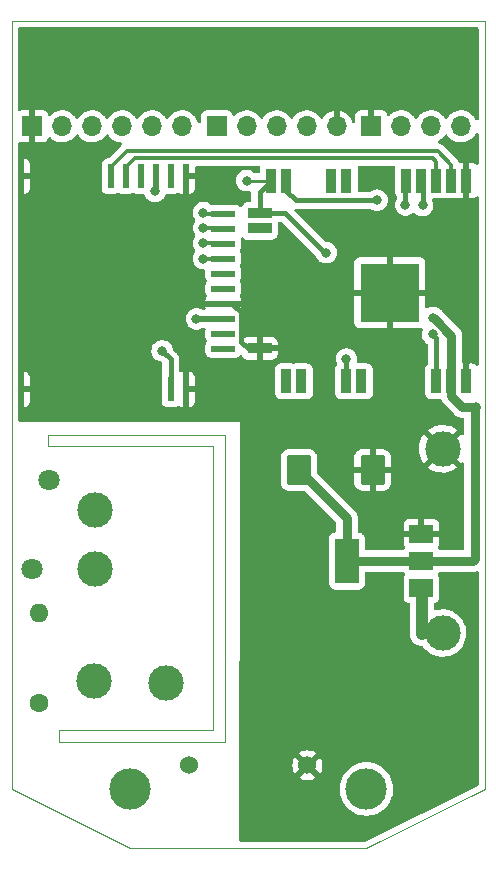
<source format=gbl>
G04 #@! TF.GenerationSoftware,KiCad,Pcbnew,5.99.0-unknown-4594d88417~130~ubuntu20.04.1*
G04 #@! TF.CreationDate,2021-07-04T17:01:16+02:00*
G04 #@! TF.ProjectId,SLS,534c532e-6b69-4636-9164-5f7063625858,rev?*
G04 #@! TF.SameCoordinates,Original*
G04 #@! TF.FileFunction,Copper,L2,Bot*
G04 #@! TF.FilePolarity,Positive*
%FSLAX46Y46*%
G04 Gerber Fmt 4.6, Leading zero omitted, Abs format (unit mm)*
G04 Created by KiCad (PCBNEW 5.99.0-unknown-4594d88417~130~ubuntu20.04.1) date 2021-07-04 17:01:16*
%MOMM*%
%LPD*%
G01*
G04 APERTURE LIST*
G04 Aperture macros list*
%AMRoundRect*
0 Rectangle with rounded corners*
0 $1 Rounding radius*
0 $2 $3 $4 $5 $6 $7 $8 $9 X,Y pos of 4 corners*
0 Add a 4 corners polygon primitive as box body*
4,1,4,$2,$3,$4,$5,$6,$7,$8,$9,$2,$3,0*
0 Add four circle primitives for the rounded corners*
1,1,$1+$1,$2,$3*
1,1,$1+$1,$4,$5*
1,1,$1+$1,$6,$7*
1,1,$1+$1,$8,$9*
0 Add four rect primitives between the rounded corners*
20,1,$1+$1,$2,$3,$4,$5,0*
20,1,$1+$1,$4,$5,$6,$7,0*
20,1,$1+$1,$6,$7,$8,$9,0*
20,1,$1+$1,$8,$9,$2,$3,0*%
G04 Aperture macros list end*
G04 #@! TA.AperFunction,Profile*
%ADD10C,0.050000*%
G04 #@! TD*
G04 #@! TA.AperFunction,ComponentPad*
%ADD11C,3.000000*%
G04 #@! TD*
G04 #@! TA.AperFunction,ComponentPad*
%ADD12C,1.800000*%
G04 #@! TD*
G04 #@! TA.AperFunction,ComponentPad*
%ADD13C,1.600000*%
G04 #@! TD*
G04 #@! TA.AperFunction,ComponentPad*
%ADD14O,1.600000X1.600000*%
G04 #@! TD*
G04 #@! TA.AperFunction,ComponentPad*
%ADD15C,1.524000*%
G04 #@! TD*
G04 #@! TA.AperFunction,ComponentPad*
%ADD16R,1.700000X1.700000*%
G04 #@! TD*
G04 #@! TA.AperFunction,ComponentPad*
%ADD17O,1.700000X1.700000*%
G04 #@! TD*
G04 #@! TA.AperFunction,SMDPad,CuDef*
%ADD18RoundRect,0.250000X-0.787500X-1.025000X0.787500X-1.025000X0.787500X1.025000X-0.787500X1.025000X0*%
G04 #@! TD*
G04 #@! TA.AperFunction,SMDPad,CuDef*
%ADD19R,0.900000X2.000000*%
G04 #@! TD*
G04 #@! TA.AperFunction,SMDPad,CuDef*
%ADD20R,2.000000X0.900000*%
G04 #@! TD*
G04 #@! TA.AperFunction,SMDPad,CuDef*
%ADD21R,5.000000X5.000000*%
G04 #@! TD*
G04 #@! TA.AperFunction,SMDPad,CuDef*
%ADD22R,2.000000X1.500000*%
G04 #@! TD*
G04 #@! TA.AperFunction,SMDPad,CuDef*
%ADD23R,2.000000X3.800000*%
G04 #@! TD*
G04 #@! TA.AperFunction,SMDPad,CuDef*
%ADD24R,0.500000X2.000000*%
G04 #@! TD*
G04 #@! TA.AperFunction,SMDPad,CuDef*
%ADD25R,2.000000X0.500000*%
G04 #@! TD*
G04 #@! TA.AperFunction,ViaPad*
%ADD26C,3.500000*%
G04 #@! TD*
G04 #@! TA.AperFunction,ViaPad*
%ADD27C,0.800000*%
G04 #@! TD*
G04 #@! TA.AperFunction,Conductor*
%ADD28C,0.400000*%
G04 #@! TD*
G04 #@! TA.AperFunction,Conductor*
%ADD29C,0.300000*%
G04 #@! TD*
G04 #@! TA.AperFunction,Conductor*
%ADD30C,0.800000*%
G04 #@! TD*
G04 #@! TA.AperFunction,Conductor*
%ADD31C,0.500000*%
G04 #@! TD*
G04 #@! TA.AperFunction,Conductor*
%ADD32C,0.250000*%
G04 #@! TD*
G04 #@! TA.AperFunction,Conductor*
%ADD33C,1.000000*%
G04 #@! TD*
G04 APERTURE END LIST*
D10*
X47000000Y-76000000D02*
X33000000Y-76000000D01*
X30000000Y-105000000D02*
X30000000Y-40000000D01*
X48000000Y-101000000D02*
X34000000Y-101000000D01*
X70000000Y-105000000D02*
X60000000Y-110000000D01*
X40000000Y-110000000D02*
X30000000Y-105000000D01*
X48000000Y-75000000D02*
X48000000Y-101000000D01*
X33000000Y-76000000D02*
X33000000Y-75000000D01*
X30000000Y-40000000D02*
X70000000Y-40000000D01*
X33000000Y-75000000D02*
X48000000Y-75000000D01*
X34000000Y-101000000D02*
X34000000Y-100000000D01*
X70000000Y-40000000D02*
X70000000Y-105000000D01*
X60000000Y-110000000D02*
X40000000Y-110000000D01*
X34000000Y-100000000D02*
X47000000Y-100000000D01*
X47000000Y-100000000D02*
X47000000Y-76000000D01*
D11*
X43000000Y-96000000D03*
X37050000Y-81400000D03*
X37050000Y-86400000D03*
X66450000Y-76200000D03*
X66450000Y-91800000D03*
D12*
X33100000Y-78850000D03*
X31700000Y-86350000D03*
D11*
X36950000Y-95900000D03*
D13*
X32300000Y-97700000D03*
D14*
X32300000Y-90080000D03*
D15*
X55000000Y-103000000D03*
X45000000Y-103000000D03*
D16*
X31700000Y-48900000D03*
D17*
X34240000Y-48900000D03*
X36780000Y-48900000D03*
X39320000Y-48900000D03*
X41860000Y-48900000D03*
X44400000Y-48900000D03*
D18*
X54287500Y-78000000D03*
X60512500Y-78000000D03*
D19*
X68470000Y-70485000D03*
X67200000Y-70485000D03*
X65930000Y-70485000D03*
X59580000Y-70485000D03*
X58310000Y-70485000D03*
X54500000Y-70485000D03*
X53230000Y-70485000D03*
D20*
X50960000Y-67700000D03*
X50960000Y-57540000D03*
X50960000Y-56270000D03*
D19*
X51960000Y-53485000D03*
X53230000Y-53485000D03*
X57040000Y-53485000D03*
X58310000Y-53485000D03*
X63390000Y-53485000D03*
X64660000Y-53485000D03*
X65930000Y-53485000D03*
X67200000Y-53485000D03*
X68470000Y-53485000D03*
D21*
X61970000Y-62985000D03*
D16*
X47325000Y-48900000D03*
D17*
X49865000Y-48900000D03*
X52405000Y-48900000D03*
X54945000Y-48900000D03*
X57485000Y-48900000D03*
D22*
X64650000Y-83400000D03*
X64650000Y-85700000D03*
D23*
X58350000Y-85700000D03*
D22*
X64650000Y-88000000D03*
D24*
X30730000Y-53110000D03*
X38350000Y-53110000D03*
X39620000Y-53110000D03*
X40890000Y-53110000D03*
X42160000Y-53110000D03*
X43430000Y-53110000D03*
X44700000Y-53110000D03*
D25*
X47875000Y-56285000D03*
X47875000Y-57555000D03*
X47875000Y-58825000D03*
X47875000Y-60095000D03*
X47875000Y-61365000D03*
X47875000Y-62635000D03*
X47875000Y-63905000D03*
X47875000Y-65175000D03*
X47875000Y-66445000D03*
X47875000Y-67715000D03*
D24*
X44700000Y-71160000D03*
X43430000Y-71160000D03*
X30730000Y-71160000D03*
D16*
X60400000Y-48900000D03*
D17*
X62940000Y-48900000D03*
X65480000Y-48900000D03*
X68020000Y-48900000D03*
D26*
X40000000Y-105000000D03*
X60000000Y-105000000D03*
D27*
X49500000Y-54800000D03*
X67600000Y-43900000D03*
X50150000Y-43900000D03*
X44700000Y-60700000D03*
X66900000Y-55700000D03*
X55200000Y-63400000D03*
X65600000Y-65100000D03*
X45600000Y-65200000D03*
X69300000Y-72650000D03*
X65600000Y-66500000D03*
X58300000Y-68600000D03*
X49850000Y-53500000D03*
X56600000Y-59600000D03*
X63300000Y-55550000D03*
X64750000Y-55600000D03*
X42100000Y-54400000D03*
X46200000Y-60100000D03*
X46200000Y-58800000D03*
X60900000Y-55150000D03*
X42700000Y-67900000D03*
X46200000Y-57500000D03*
X46200000Y-56200000D03*
D28*
X50960000Y-67700000D02*
X49980978Y-67700000D01*
X49400000Y-67119022D02*
X49400000Y-64650978D01*
X49400000Y-64650978D02*
X48654022Y-63905000D01*
X48654022Y-63905000D02*
X47875000Y-63905000D01*
X49980978Y-67700000D02*
X49400000Y-67119022D01*
D29*
X39620000Y-52360000D02*
X40380000Y-51600000D01*
X40380000Y-51600000D02*
X65600000Y-51600000D01*
X65930000Y-51930000D02*
X65930000Y-53485000D01*
X39620000Y-53110000D02*
X39620000Y-52360000D01*
X65600000Y-51600000D02*
X65930000Y-51930000D01*
X66015000Y-51000000D02*
X67200000Y-52185000D01*
X38350000Y-52360000D02*
X39710000Y-51000000D01*
X38350000Y-53110000D02*
X38350000Y-52360000D01*
X39710000Y-51000000D02*
X66015000Y-51000000D01*
X67200000Y-52185000D02*
X67200000Y-53485000D01*
D30*
X68105880Y-72650000D02*
X69300000Y-72650000D01*
X69200000Y-85550000D02*
X69050000Y-85700000D01*
D31*
X47875000Y-65175000D02*
X45625000Y-65175000D01*
D30*
X67200000Y-70485000D02*
X67200000Y-71744120D01*
X67200000Y-66620723D02*
X67200000Y-70485000D01*
D31*
X45625000Y-65175000D02*
X45600000Y-65200000D01*
D30*
X69200000Y-72750000D02*
X69200000Y-85550000D01*
X58350000Y-85700000D02*
X58350000Y-82062500D01*
X64650000Y-85700000D02*
X58350000Y-85700000D01*
X69050000Y-85700000D02*
X64650000Y-85700000D01*
X69300000Y-72650000D02*
X69200000Y-72750000D01*
X58350000Y-82062500D02*
X54287500Y-78000000D01*
X67200000Y-71744120D02*
X68105880Y-72650000D01*
X65600000Y-65100000D02*
X65679277Y-65100000D01*
X65679277Y-65100000D02*
X67200000Y-66620723D01*
D28*
X65930000Y-70485000D02*
X65930000Y-66830000D01*
X65930000Y-66830000D02*
X65600000Y-66500000D01*
X58310000Y-68610000D02*
X58300000Y-68600000D01*
X58310000Y-70485000D02*
X58310000Y-68610000D01*
X56450000Y-59600000D02*
X53120000Y-56270000D01*
X53120000Y-56270000D02*
X50960000Y-56270000D01*
X50960000Y-54485000D02*
X51960000Y-53485000D01*
D32*
X51945000Y-53500000D02*
X51960000Y-53485000D01*
D28*
X56600000Y-59600000D02*
X56450000Y-59600000D01*
X50960000Y-56270000D02*
X50960000Y-54485000D01*
D32*
X49850000Y-53500000D02*
X51945000Y-53500000D01*
D28*
X63300000Y-55550000D02*
X63300000Y-53575000D01*
X63300000Y-53575000D02*
X63390000Y-53485000D01*
X64750000Y-53575000D02*
X64660000Y-53485000D01*
X64750000Y-55600000D02*
X64750000Y-53575000D01*
D33*
X64700000Y-91900000D02*
X64700000Y-88050000D01*
X64700000Y-88050000D02*
X64650000Y-88000000D01*
D28*
X42100000Y-54400000D02*
X42160000Y-54340000D01*
X42160000Y-54340000D02*
X42160000Y-53110000D01*
D29*
X46200000Y-60100000D02*
X46205000Y-60095000D01*
X46205000Y-60095000D02*
X47875000Y-60095000D01*
X46200000Y-58800000D02*
X47850000Y-58800000D01*
X47850000Y-58800000D02*
X47875000Y-58825000D01*
D28*
X60900000Y-55150000D02*
X53995880Y-55150000D01*
X53995880Y-55150000D02*
X53230000Y-54384120D01*
X53230000Y-54384120D02*
X53230000Y-53485000D01*
X43430000Y-68630000D02*
X42700000Y-67900000D01*
X43430000Y-71160000D02*
X43430000Y-68630000D01*
D29*
X46200000Y-57500000D02*
X47820000Y-57500000D01*
X47820000Y-57500000D02*
X47875000Y-57555000D01*
X46200000Y-56200000D02*
X46285000Y-56285000D01*
X47900000Y-56260000D02*
X47875000Y-56285000D01*
X46285000Y-56285000D02*
X47875000Y-56285000D01*
G04 #@! TA.AperFunction,Conductor*
G36*
X69434121Y-40528002D02*
G01*
X69480614Y-40581658D01*
X69492000Y-40634000D01*
X69492000Y-48271654D01*
X69471998Y-48339775D01*
X69418342Y-48386268D01*
X69348068Y-48396372D01*
X69283488Y-48366878D01*
X69250451Y-48321897D01*
X69223720Y-48260420D01*
X69223716Y-48260413D01*
X69221657Y-48255677D01*
X69100287Y-48068067D01*
X69087939Y-48054496D01*
X69037231Y-47998769D01*
X68949905Y-47902799D01*
X68945854Y-47899600D01*
X68945850Y-47899596D01*
X68778607Y-47767517D01*
X68774549Y-47764312D01*
X68578930Y-47656324D01*
X68460179Y-47614272D01*
X68373175Y-47583462D01*
X68373171Y-47583461D01*
X68368300Y-47581736D01*
X68363207Y-47580829D01*
X68363204Y-47580828D01*
X68153406Y-47543457D01*
X68153400Y-47543456D01*
X68148317Y-47542551D01*
X68062160Y-47541498D01*
X67930056Y-47539884D01*
X67930054Y-47539884D01*
X67924887Y-47539821D01*
X67704012Y-47573620D01*
X67491622Y-47643040D01*
X67460425Y-47659280D01*
X67367166Y-47707828D01*
X67293423Y-47746216D01*
X67289290Y-47749319D01*
X67289287Y-47749321D01*
X67118872Y-47877272D01*
X67114737Y-47880377D01*
X66960361Y-48041922D01*
X66957447Y-48046194D01*
X66957446Y-48046195D01*
X66853211Y-48198998D01*
X66798300Y-48244001D01*
X66727775Y-48252172D01*
X66664028Y-48220918D01*
X66643331Y-48196434D01*
X66563097Y-48072411D01*
X66560287Y-48068067D01*
X66547939Y-48054496D01*
X66497231Y-47998769D01*
X66409905Y-47902799D01*
X66405854Y-47899600D01*
X66405850Y-47899596D01*
X66238607Y-47767517D01*
X66234549Y-47764312D01*
X66038930Y-47656324D01*
X65920179Y-47614272D01*
X65833175Y-47583462D01*
X65833171Y-47583461D01*
X65828300Y-47581736D01*
X65823207Y-47580829D01*
X65823204Y-47580828D01*
X65613406Y-47543457D01*
X65613400Y-47543456D01*
X65608317Y-47542551D01*
X65522160Y-47541498D01*
X65390056Y-47539884D01*
X65390054Y-47539884D01*
X65384887Y-47539821D01*
X65164012Y-47573620D01*
X64951622Y-47643040D01*
X64920425Y-47659280D01*
X64827166Y-47707828D01*
X64753423Y-47746216D01*
X64749290Y-47749319D01*
X64749287Y-47749321D01*
X64578872Y-47877272D01*
X64574737Y-47880377D01*
X64420361Y-48041922D01*
X64417447Y-48046194D01*
X64417446Y-48046195D01*
X64313211Y-48198998D01*
X64258300Y-48244001D01*
X64187775Y-48252172D01*
X64124028Y-48220918D01*
X64103331Y-48196434D01*
X64023097Y-48072411D01*
X64020287Y-48068067D01*
X64007939Y-48054496D01*
X63957231Y-47998769D01*
X63869905Y-47902799D01*
X63865854Y-47899600D01*
X63865850Y-47899596D01*
X63698607Y-47767517D01*
X63694549Y-47764312D01*
X63498930Y-47656324D01*
X63380179Y-47614272D01*
X63293175Y-47583462D01*
X63293171Y-47583461D01*
X63288300Y-47581736D01*
X63283207Y-47580829D01*
X63283204Y-47580828D01*
X63073406Y-47543457D01*
X63073400Y-47543456D01*
X63068317Y-47542551D01*
X62982160Y-47541498D01*
X62850056Y-47539884D01*
X62850054Y-47539884D01*
X62844887Y-47539821D01*
X62624012Y-47573620D01*
X62411622Y-47643040D01*
X62380425Y-47659280D01*
X62287166Y-47707828D01*
X62213423Y-47746216D01*
X62209290Y-47749319D01*
X62209287Y-47749321D01*
X62038872Y-47877272D01*
X62034737Y-47880377D01*
X62018722Y-47897136D01*
X61951758Y-47967209D01*
X61890233Y-48002639D01*
X61819321Y-47999182D01*
X61761535Y-47957936D01*
X61739768Y-47915656D01*
X61719181Y-47845542D01*
X61711767Y-47829308D01*
X61642574Y-47721640D01*
X61630888Y-47708153D01*
X61534160Y-47624338D01*
X61519152Y-47614693D01*
X61402725Y-47561523D01*
X61385612Y-47556498D01*
X61254446Y-47537639D01*
X61245505Y-47537000D01*
X60672115Y-47537000D01*
X60656876Y-47541475D01*
X60655671Y-47542865D01*
X60654000Y-47550548D01*
X60654000Y-49028000D01*
X60633998Y-49096121D01*
X60580342Y-49142614D01*
X60528000Y-49154000D01*
X60272000Y-49154000D01*
X60203879Y-49133998D01*
X60157386Y-49080342D01*
X60146000Y-49028000D01*
X60146000Y-47555115D01*
X60141525Y-47539876D01*
X60140135Y-47538671D01*
X60132452Y-47537000D01*
X59552257Y-47537000D01*
X59547750Y-47537161D01*
X59483731Y-47541740D01*
X59470509Y-47544126D01*
X59345542Y-47580819D01*
X59329308Y-47588233D01*
X59221640Y-47657426D01*
X59208153Y-47669112D01*
X59124338Y-47765840D01*
X59114693Y-47780848D01*
X59061523Y-47897275D01*
X59056498Y-47914388D01*
X59037639Y-48045554D01*
X59037000Y-48054495D01*
X59037000Y-48483853D01*
X59016998Y-48551974D01*
X58963342Y-48598467D01*
X58893068Y-48608571D01*
X58828488Y-48579077D01*
X58788796Y-48514549D01*
X58776542Y-48465764D01*
X58773222Y-48456013D01*
X58688277Y-48260650D01*
X58683410Y-48251575D01*
X58567701Y-48072715D01*
X58561410Y-48064546D01*
X58418042Y-47906987D01*
X58410509Y-47899962D01*
X58243328Y-47767930D01*
X58234750Y-47762231D01*
X58048253Y-47659280D01*
X58038847Y-47655053D01*
X57838047Y-47583946D01*
X57828081Y-47581313D01*
X57756836Y-47568622D01*
X57743541Y-47570081D01*
X57739000Y-47584639D01*
X57739000Y-49028000D01*
X57718998Y-49096121D01*
X57665342Y-49142614D01*
X57613000Y-49154000D01*
X57357000Y-49154000D01*
X57288879Y-49133998D01*
X57242386Y-49080342D01*
X57231000Y-49028000D01*
X57231000Y-47582753D01*
X57227082Y-47569409D01*
X57212806Y-47567422D01*
X57174237Y-47573324D01*
X57164218Y-47575711D01*
X56961729Y-47641895D01*
X56952227Y-47645890D01*
X56763279Y-47744250D01*
X56754554Y-47749744D01*
X56584204Y-47877646D01*
X56576497Y-47884489D01*
X56429321Y-48038499D01*
X56422842Y-48046501D01*
X56318506Y-48199452D01*
X56263594Y-48244455D01*
X56193069Y-48252626D01*
X56129322Y-48221372D01*
X56108625Y-48196888D01*
X56028097Y-48072411D01*
X56025287Y-48068067D01*
X56012939Y-48054496D01*
X55962231Y-47998769D01*
X55874905Y-47902799D01*
X55870854Y-47899600D01*
X55870850Y-47899596D01*
X55703607Y-47767517D01*
X55699549Y-47764312D01*
X55503930Y-47656324D01*
X55385179Y-47614272D01*
X55298175Y-47583462D01*
X55298171Y-47583461D01*
X55293300Y-47581736D01*
X55288207Y-47580829D01*
X55288204Y-47580828D01*
X55078406Y-47543457D01*
X55078400Y-47543456D01*
X55073317Y-47542551D01*
X54987160Y-47541498D01*
X54855056Y-47539884D01*
X54855054Y-47539884D01*
X54849887Y-47539821D01*
X54629012Y-47573620D01*
X54416622Y-47643040D01*
X54385425Y-47659280D01*
X54292166Y-47707828D01*
X54218423Y-47746216D01*
X54214290Y-47749319D01*
X54214287Y-47749321D01*
X54043872Y-47877272D01*
X54039737Y-47880377D01*
X53885361Y-48041922D01*
X53882447Y-48046194D01*
X53882446Y-48046195D01*
X53778211Y-48198998D01*
X53723300Y-48244001D01*
X53652775Y-48252172D01*
X53589028Y-48220918D01*
X53568331Y-48196434D01*
X53488097Y-48072411D01*
X53485287Y-48068067D01*
X53472939Y-48054496D01*
X53422231Y-47998769D01*
X53334905Y-47902799D01*
X53330854Y-47899600D01*
X53330850Y-47899596D01*
X53163607Y-47767517D01*
X53159549Y-47764312D01*
X52963930Y-47656324D01*
X52845179Y-47614272D01*
X52758175Y-47583462D01*
X52758171Y-47583461D01*
X52753300Y-47581736D01*
X52748207Y-47580829D01*
X52748204Y-47580828D01*
X52538406Y-47543457D01*
X52538400Y-47543456D01*
X52533317Y-47542551D01*
X52447160Y-47541498D01*
X52315056Y-47539884D01*
X52315054Y-47539884D01*
X52309887Y-47539821D01*
X52089012Y-47573620D01*
X51876622Y-47643040D01*
X51845425Y-47659280D01*
X51752166Y-47707828D01*
X51678423Y-47746216D01*
X51674290Y-47749319D01*
X51674287Y-47749321D01*
X51503872Y-47877272D01*
X51499737Y-47880377D01*
X51345361Y-48041922D01*
X51342447Y-48046194D01*
X51342446Y-48046195D01*
X51238211Y-48198998D01*
X51183300Y-48244001D01*
X51112775Y-48252172D01*
X51049028Y-48220918D01*
X51028331Y-48196434D01*
X50948097Y-48072411D01*
X50945287Y-48068067D01*
X50932939Y-48054496D01*
X50882231Y-47998769D01*
X50794905Y-47902799D01*
X50790854Y-47899600D01*
X50790850Y-47899596D01*
X50623607Y-47767517D01*
X50619549Y-47764312D01*
X50423930Y-47656324D01*
X50305179Y-47614272D01*
X50218175Y-47583462D01*
X50218171Y-47583461D01*
X50213300Y-47581736D01*
X50208207Y-47580829D01*
X50208204Y-47580828D01*
X49998406Y-47543457D01*
X49998400Y-47543456D01*
X49993317Y-47542551D01*
X49907160Y-47541498D01*
X49775056Y-47539884D01*
X49775054Y-47539884D01*
X49769887Y-47539821D01*
X49549012Y-47573620D01*
X49336622Y-47643040D01*
X49305425Y-47659280D01*
X49212166Y-47707828D01*
X49138423Y-47746216D01*
X49134290Y-47749319D01*
X49134287Y-47749321D01*
X48963872Y-47877272D01*
X48959737Y-47880377D01*
X48943722Y-47897136D01*
X48877153Y-47966796D01*
X48815628Y-48002226D01*
X48744716Y-47998769D01*
X48686930Y-47957523D01*
X48665163Y-47915243D01*
X48644635Y-47845330D01*
X48644634Y-47845328D01*
X48642096Y-47836684D01*
X48594248Y-47762231D01*
X48567949Y-47721309D01*
X48567947Y-47721306D01*
X48563077Y-47713729D01*
X48511587Y-47669112D01*
X48459431Y-47623918D01*
X48459428Y-47623916D01*
X48452619Y-47618016D01*
X48379534Y-47584639D01*
X48327864Y-47561042D01*
X48327863Y-47561042D01*
X48319670Y-47557300D01*
X48310755Y-47556018D01*
X48310754Y-47556018D01*
X48179448Y-47537139D01*
X48179441Y-47537138D01*
X48175000Y-47536500D01*
X46475000Y-47536500D01*
X46401921Y-47541727D01*
X46348884Y-47557300D01*
X46270330Y-47580365D01*
X46270328Y-47580366D01*
X46261684Y-47582904D01*
X46254105Y-47587775D01*
X46146309Y-47657051D01*
X46146306Y-47657053D01*
X46138729Y-47661923D01*
X46132828Y-47668733D01*
X46048918Y-47765569D01*
X46048916Y-47765572D01*
X46043016Y-47772381D01*
X45982300Y-47905330D01*
X45981018Y-47914245D01*
X45981018Y-47914246D01*
X45962139Y-48045552D01*
X45962139Y-48045554D01*
X45961500Y-48050000D01*
X45961500Y-48519630D01*
X45941498Y-48587751D01*
X45887842Y-48634244D01*
X45817568Y-48644348D01*
X45752988Y-48614854D01*
X45713296Y-48550326D01*
X45692015Y-48465603D01*
X45692015Y-48465602D01*
X45690756Y-48460591D01*
X45608604Y-48271654D01*
X45603717Y-48260414D01*
X45603715Y-48260411D01*
X45601657Y-48255677D01*
X45480287Y-48068067D01*
X45467939Y-48054496D01*
X45417231Y-47998769D01*
X45329905Y-47902799D01*
X45325854Y-47899600D01*
X45325850Y-47899596D01*
X45158607Y-47767517D01*
X45154549Y-47764312D01*
X44958930Y-47656324D01*
X44840179Y-47614272D01*
X44753175Y-47583462D01*
X44753171Y-47583461D01*
X44748300Y-47581736D01*
X44743207Y-47580829D01*
X44743204Y-47580828D01*
X44533406Y-47543457D01*
X44533400Y-47543456D01*
X44528317Y-47542551D01*
X44442160Y-47541498D01*
X44310056Y-47539884D01*
X44310054Y-47539884D01*
X44304887Y-47539821D01*
X44084012Y-47573620D01*
X43871622Y-47643040D01*
X43840425Y-47659280D01*
X43747166Y-47707828D01*
X43673423Y-47746216D01*
X43669290Y-47749319D01*
X43669287Y-47749321D01*
X43498872Y-47877272D01*
X43494737Y-47880377D01*
X43340361Y-48041922D01*
X43337447Y-48046194D01*
X43337446Y-48046195D01*
X43233211Y-48198998D01*
X43178300Y-48244001D01*
X43107775Y-48252172D01*
X43044028Y-48220918D01*
X43023331Y-48196434D01*
X42943097Y-48072411D01*
X42940287Y-48068067D01*
X42927939Y-48054496D01*
X42877231Y-47998769D01*
X42789905Y-47902799D01*
X42785854Y-47899600D01*
X42785850Y-47899596D01*
X42618607Y-47767517D01*
X42614549Y-47764312D01*
X42418930Y-47656324D01*
X42300179Y-47614272D01*
X42213175Y-47583462D01*
X42213171Y-47583461D01*
X42208300Y-47581736D01*
X42203207Y-47580829D01*
X42203204Y-47580828D01*
X41993406Y-47543457D01*
X41993400Y-47543456D01*
X41988317Y-47542551D01*
X41902160Y-47541498D01*
X41770056Y-47539884D01*
X41770054Y-47539884D01*
X41764887Y-47539821D01*
X41544012Y-47573620D01*
X41331622Y-47643040D01*
X41300425Y-47659280D01*
X41207166Y-47707828D01*
X41133423Y-47746216D01*
X41129290Y-47749319D01*
X41129287Y-47749321D01*
X40958872Y-47877272D01*
X40954737Y-47880377D01*
X40800361Y-48041922D01*
X40797447Y-48046194D01*
X40797446Y-48046195D01*
X40693211Y-48198998D01*
X40638300Y-48244001D01*
X40567775Y-48252172D01*
X40504028Y-48220918D01*
X40483331Y-48196434D01*
X40403097Y-48072411D01*
X40400287Y-48068067D01*
X40387939Y-48054496D01*
X40337231Y-47998769D01*
X40249905Y-47902799D01*
X40245854Y-47899600D01*
X40245850Y-47899596D01*
X40078607Y-47767517D01*
X40074549Y-47764312D01*
X39878930Y-47656324D01*
X39760179Y-47614272D01*
X39673175Y-47583462D01*
X39673171Y-47583461D01*
X39668300Y-47581736D01*
X39663207Y-47580829D01*
X39663204Y-47580828D01*
X39453406Y-47543457D01*
X39453400Y-47543456D01*
X39448317Y-47542551D01*
X39362160Y-47541498D01*
X39230056Y-47539884D01*
X39230054Y-47539884D01*
X39224887Y-47539821D01*
X39004012Y-47573620D01*
X38791622Y-47643040D01*
X38760425Y-47659280D01*
X38667166Y-47707828D01*
X38593423Y-47746216D01*
X38589290Y-47749319D01*
X38589287Y-47749321D01*
X38418872Y-47877272D01*
X38414737Y-47880377D01*
X38260361Y-48041922D01*
X38257447Y-48046194D01*
X38257446Y-48046195D01*
X38153211Y-48198998D01*
X38098300Y-48244001D01*
X38027775Y-48252172D01*
X37964028Y-48220918D01*
X37943331Y-48196434D01*
X37863097Y-48072411D01*
X37860287Y-48068067D01*
X37847939Y-48054496D01*
X37797231Y-47998769D01*
X37709905Y-47902799D01*
X37705854Y-47899600D01*
X37705850Y-47899596D01*
X37538607Y-47767517D01*
X37534549Y-47764312D01*
X37338930Y-47656324D01*
X37220179Y-47614272D01*
X37133175Y-47583462D01*
X37133171Y-47583461D01*
X37128300Y-47581736D01*
X37123207Y-47580829D01*
X37123204Y-47580828D01*
X36913406Y-47543457D01*
X36913400Y-47543456D01*
X36908317Y-47542551D01*
X36822160Y-47541498D01*
X36690056Y-47539884D01*
X36690054Y-47539884D01*
X36684887Y-47539821D01*
X36464012Y-47573620D01*
X36251622Y-47643040D01*
X36220425Y-47659280D01*
X36127166Y-47707828D01*
X36053423Y-47746216D01*
X36049290Y-47749319D01*
X36049287Y-47749321D01*
X35878872Y-47877272D01*
X35874737Y-47880377D01*
X35720361Y-48041922D01*
X35717447Y-48046194D01*
X35717446Y-48046195D01*
X35613211Y-48198998D01*
X35558300Y-48244001D01*
X35487775Y-48252172D01*
X35424028Y-48220918D01*
X35403331Y-48196434D01*
X35323097Y-48072411D01*
X35320287Y-48068067D01*
X35307939Y-48054496D01*
X35257231Y-47998769D01*
X35169905Y-47902799D01*
X35165854Y-47899600D01*
X35165850Y-47899596D01*
X34998607Y-47767517D01*
X34994549Y-47764312D01*
X34798930Y-47656324D01*
X34680179Y-47614272D01*
X34593175Y-47583462D01*
X34593171Y-47583461D01*
X34588300Y-47581736D01*
X34583207Y-47580829D01*
X34583204Y-47580828D01*
X34373406Y-47543457D01*
X34373400Y-47543456D01*
X34368317Y-47542551D01*
X34282160Y-47541498D01*
X34150056Y-47539884D01*
X34150054Y-47539884D01*
X34144887Y-47539821D01*
X33924012Y-47573620D01*
X33711622Y-47643040D01*
X33680425Y-47659280D01*
X33587166Y-47707828D01*
X33513423Y-47746216D01*
X33509290Y-47749319D01*
X33509287Y-47749321D01*
X33338872Y-47877272D01*
X33334737Y-47880377D01*
X33318722Y-47897136D01*
X33251758Y-47967209D01*
X33190233Y-48002639D01*
X33119321Y-47999182D01*
X33061535Y-47957936D01*
X33039768Y-47915656D01*
X33019181Y-47845542D01*
X33011767Y-47829308D01*
X32942574Y-47721640D01*
X32930888Y-47708153D01*
X32834160Y-47624338D01*
X32819152Y-47614693D01*
X32702725Y-47561523D01*
X32685612Y-47556498D01*
X32554446Y-47537639D01*
X32545505Y-47537000D01*
X31972115Y-47537000D01*
X31956876Y-47541475D01*
X31955671Y-47542865D01*
X31954000Y-47550548D01*
X31954000Y-50244885D01*
X31958475Y-50260124D01*
X31959865Y-50261329D01*
X31967548Y-50263000D01*
X32547743Y-50263000D01*
X32552250Y-50262839D01*
X32616269Y-50258260D01*
X32629491Y-50255874D01*
X32754458Y-50219181D01*
X32770692Y-50211767D01*
X32878360Y-50142574D01*
X32891847Y-50130888D01*
X32975662Y-50034160D01*
X32985307Y-50019152D01*
X33038476Y-49902726D01*
X33042379Y-49889436D01*
X33080764Y-49829711D01*
X33145345Y-49800218D01*
X33215619Y-49810323D01*
X33258511Y-49842439D01*
X33286009Y-49874183D01*
X33289984Y-49877483D01*
X33289988Y-49877487D01*
X33320389Y-49902726D01*
X33457929Y-50016914D01*
X33462381Y-50019516D01*
X33462386Y-50019519D01*
X33586161Y-50091847D01*
X33650851Y-50129649D01*
X33859596Y-50209360D01*
X33864662Y-50210391D01*
X33864663Y-50210391D01*
X33907868Y-50219181D01*
X34078556Y-50253908D01*
X34204395Y-50258522D01*
X34296688Y-50261907D01*
X34296692Y-50261907D01*
X34301852Y-50262096D01*
X34306972Y-50261440D01*
X34306974Y-50261440D01*
X34388486Y-50250998D01*
X34523488Y-50233704D01*
X34528437Y-50232219D01*
X34528443Y-50232218D01*
X34732559Y-50170980D01*
X34732558Y-50170980D01*
X34737509Y-50169495D01*
X34938170Y-50071192D01*
X34942375Y-50068192D01*
X34942381Y-50068189D01*
X35089407Y-49963316D01*
X35120082Y-49941436D01*
X35171810Y-49889888D01*
X35274688Y-49787368D01*
X35274692Y-49787363D01*
X35278357Y-49783711D01*
X35408748Y-49602254D01*
X35410202Y-49603299D01*
X35456652Y-49560516D01*
X35526587Y-49548286D01*
X35592033Y-49575807D01*
X35619878Y-49607655D01*
X35679710Y-49705291D01*
X35826009Y-49874183D01*
X35829984Y-49877483D01*
X35829988Y-49877487D01*
X35860389Y-49902726D01*
X35997929Y-50016914D01*
X36002381Y-50019516D01*
X36002386Y-50019519D01*
X36126161Y-50091847D01*
X36190851Y-50129649D01*
X36399596Y-50209360D01*
X36404662Y-50210391D01*
X36404663Y-50210391D01*
X36447868Y-50219181D01*
X36618556Y-50253908D01*
X36744395Y-50258522D01*
X36836688Y-50261907D01*
X36836692Y-50261907D01*
X36841852Y-50262096D01*
X36846972Y-50261440D01*
X36846974Y-50261440D01*
X36928486Y-50250998D01*
X37063488Y-50233704D01*
X37068437Y-50232219D01*
X37068443Y-50232218D01*
X37272559Y-50170980D01*
X37272558Y-50170980D01*
X37277509Y-50169495D01*
X37478170Y-50071192D01*
X37482375Y-50068192D01*
X37482381Y-50068189D01*
X37629407Y-49963316D01*
X37660082Y-49941436D01*
X37711810Y-49889888D01*
X37814688Y-49787368D01*
X37814692Y-49787363D01*
X37818357Y-49783711D01*
X37948748Y-49602254D01*
X37950202Y-49603299D01*
X37996652Y-49560516D01*
X38066587Y-49548286D01*
X38132033Y-49575807D01*
X38159878Y-49607655D01*
X38219710Y-49705291D01*
X38366009Y-49874183D01*
X38369984Y-49877483D01*
X38369988Y-49877487D01*
X38400389Y-49902726D01*
X38537929Y-50016914D01*
X38542381Y-50019516D01*
X38542386Y-50019519D01*
X38666161Y-50091847D01*
X38730851Y-50129649D01*
X38939596Y-50209360D01*
X38944662Y-50210391D01*
X38944663Y-50210391D01*
X38987868Y-50219181D01*
X39158556Y-50253908D01*
X39203695Y-50255563D01*
X39223510Y-50256290D01*
X39290852Y-50278775D01*
X39335347Y-50334098D01*
X39342869Y-50404695D01*
X39311029Y-50468152D01*
X39303480Y-50475490D01*
X39303497Y-50475508D01*
X39302465Y-50476478D01*
X39302214Y-50476721D01*
X39300565Y-50478175D01*
X39286979Y-50491761D01*
X39271952Y-50504596D01*
X39255803Y-50516329D01*
X39250749Y-50522438D01*
X39250747Y-50522440D01*
X39227933Y-50550017D01*
X39219943Y-50558797D01*
X38219146Y-51559595D01*
X38156834Y-51593620D01*
X38130051Y-51596500D01*
X38100000Y-51596500D01*
X38026921Y-51601727D01*
X37959502Y-51621523D01*
X37895330Y-51640365D01*
X37895328Y-51640366D01*
X37886684Y-51642904D01*
X37879105Y-51647775D01*
X37771309Y-51717051D01*
X37771306Y-51717053D01*
X37763729Y-51721923D01*
X37757828Y-51728733D01*
X37673918Y-51825569D01*
X37673916Y-51825572D01*
X37668016Y-51832381D01*
X37607300Y-51965330D01*
X37606018Y-51974245D01*
X37606018Y-51974246D01*
X37587139Y-52105552D01*
X37587138Y-52105559D01*
X37586500Y-52110000D01*
X37586500Y-54110000D01*
X37591727Y-54183079D01*
X37593631Y-54189562D01*
X37624138Y-54293460D01*
X37632904Y-54323316D01*
X37637775Y-54330895D01*
X37707051Y-54438691D01*
X37707053Y-54438694D01*
X37711923Y-54446271D01*
X37718733Y-54452172D01*
X37815569Y-54536082D01*
X37815572Y-54536084D01*
X37822381Y-54541984D01*
X37955330Y-54602700D01*
X37964245Y-54603982D01*
X37964246Y-54603982D01*
X38095552Y-54622861D01*
X38095559Y-54622862D01*
X38100000Y-54623500D01*
X38600000Y-54623500D01*
X38673079Y-54618273D01*
X38751165Y-54595345D01*
X38804670Y-54579635D01*
X38804672Y-54579634D01*
X38813316Y-54577096D01*
X38820894Y-54572226D01*
X38820896Y-54572225D01*
X38917461Y-54510166D01*
X38985582Y-54490164D01*
X39053703Y-54510166D01*
X39068095Y-54520940D01*
X39085569Y-54536082D01*
X39085572Y-54536084D01*
X39092381Y-54541984D01*
X39225330Y-54602700D01*
X39234245Y-54603982D01*
X39234246Y-54603982D01*
X39365552Y-54622861D01*
X39365559Y-54622862D01*
X39370000Y-54623500D01*
X39870000Y-54623500D01*
X39943079Y-54618273D01*
X40021165Y-54595345D01*
X40074670Y-54579635D01*
X40074672Y-54579634D01*
X40083316Y-54577096D01*
X40090894Y-54572226D01*
X40090896Y-54572225D01*
X40187461Y-54510166D01*
X40255582Y-54490164D01*
X40323703Y-54510166D01*
X40338095Y-54520940D01*
X40355569Y-54536082D01*
X40355572Y-54536084D01*
X40362381Y-54541984D01*
X40495330Y-54602700D01*
X40504245Y-54603982D01*
X40504246Y-54603982D01*
X40635552Y-54622861D01*
X40635559Y-54622862D01*
X40640000Y-54623500D01*
X41125826Y-54623500D01*
X41193947Y-54643502D01*
X41240440Y-54697158D01*
X41245659Y-54710564D01*
X41265476Y-54771554D01*
X41360963Y-54936942D01*
X41365381Y-54941849D01*
X41365382Y-54941850D01*
X41443981Y-55029143D01*
X41488749Y-55078863D01*
X41494091Y-55082744D01*
X41494093Y-55082746D01*
X41637908Y-55187233D01*
X41643250Y-55191114D01*
X41649278Y-55193798D01*
X41649280Y-55193799D01*
X41811682Y-55266105D01*
X41817713Y-55268790D01*
X41901022Y-55286498D01*
X41998056Y-55307124D01*
X41998061Y-55307124D01*
X42004513Y-55308496D01*
X42195487Y-55308496D01*
X42201939Y-55307124D01*
X42201944Y-55307124D01*
X42298978Y-55286498D01*
X42382287Y-55268790D01*
X42388318Y-55266105D01*
X42550720Y-55193799D01*
X42550722Y-55193798D01*
X42556750Y-55191114D01*
X42562092Y-55187233D01*
X42705907Y-55082746D01*
X42705909Y-55082744D01*
X42711251Y-55078863D01*
X42756019Y-55029143D01*
X42834618Y-54941850D01*
X42834619Y-54941849D01*
X42839037Y-54936942D01*
X42934524Y-54771554D01*
X42955858Y-54705895D01*
X42958662Y-54697265D01*
X42998736Y-54638660D01*
X43064133Y-54611023D01*
X43096425Y-54611484D01*
X43107373Y-54613058D01*
X43175553Y-54622861D01*
X43175558Y-54622861D01*
X43180000Y-54623500D01*
X43680000Y-54623500D01*
X43753079Y-54618273D01*
X43831165Y-54595345D01*
X43884670Y-54579635D01*
X43884672Y-54579634D01*
X43893316Y-54577096D01*
X43997895Y-54509887D01*
X44066014Y-54489885D01*
X44134135Y-54509887D01*
X44148526Y-54520659D01*
X44165840Y-54535662D01*
X44180848Y-54545307D01*
X44297275Y-54598477D01*
X44314388Y-54603502D01*
X44432071Y-54620422D01*
X44446027Y-54618416D01*
X44450000Y-54604885D01*
X44450000Y-53373548D01*
X44950000Y-53373548D01*
X44950000Y-54604885D01*
X44954384Y-54619814D01*
X44965785Y-54621871D01*
X45016269Y-54618260D01*
X45029491Y-54615874D01*
X45154458Y-54579181D01*
X45170692Y-54571767D01*
X45278360Y-54502574D01*
X45291847Y-54490888D01*
X45375662Y-54394160D01*
X45385307Y-54379152D01*
X45438477Y-54262725D01*
X45443502Y-54245612D01*
X45462361Y-54114446D01*
X45463000Y-54105503D01*
X45463000Y-53378115D01*
X45458525Y-53362876D01*
X45457135Y-53361671D01*
X45449452Y-53360000D01*
X44968115Y-53360000D01*
X44952876Y-53364475D01*
X44951671Y-53365865D01*
X44950000Y-53373548D01*
X44450000Y-53373548D01*
X44450000Y-52986000D01*
X44470002Y-52917879D01*
X44523658Y-52871386D01*
X44576000Y-52860000D01*
X45444885Y-52860000D01*
X45460124Y-52855525D01*
X45461329Y-52854135D01*
X45463000Y-52846452D01*
X45463000Y-52384500D01*
X45483002Y-52316379D01*
X45536658Y-52269886D01*
X45589000Y-52258500D01*
X50883653Y-52258500D01*
X50951774Y-52278502D01*
X50998267Y-52332158D01*
X51008371Y-52402431D01*
X50997139Y-52480552D01*
X50997138Y-52480559D01*
X50996500Y-52485000D01*
X50996500Y-52740500D01*
X50976498Y-52808621D01*
X50922842Y-52855114D01*
X50870500Y-52866500D01*
X50558194Y-52866500D01*
X50490073Y-52846498D01*
X50470849Y-52830158D01*
X50470575Y-52830462D01*
X50465672Y-52826047D01*
X50461251Y-52821137D01*
X50455909Y-52817256D01*
X50455907Y-52817254D01*
X50312092Y-52712767D01*
X50312091Y-52712766D01*
X50306750Y-52708886D01*
X50300722Y-52706202D01*
X50300720Y-52706201D01*
X50138318Y-52633895D01*
X50138317Y-52633895D01*
X50132287Y-52631210D01*
X50038887Y-52611357D01*
X49951944Y-52592876D01*
X49951939Y-52592876D01*
X49945487Y-52591504D01*
X49754513Y-52591504D01*
X49748061Y-52592876D01*
X49748056Y-52592876D01*
X49661113Y-52611357D01*
X49567713Y-52631210D01*
X49561683Y-52633895D01*
X49561682Y-52633895D01*
X49399280Y-52706201D01*
X49399278Y-52706202D01*
X49393250Y-52708886D01*
X49387909Y-52712766D01*
X49387908Y-52712767D01*
X49244093Y-52817254D01*
X49244091Y-52817256D01*
X49238749Y-52821137D01*
X49234328Y-52826047D01*
X49234327Y-52826048D01*
X49209038Y-52854135D01*
X49110963Y-52963058D01*
X49015476Y-53128446D01*
X48956462Y-53310073D01*
X48955772Y-53316636D01*
X48955772Y-53316637D01*
X48937190Y-53493435D01*
X48936500Y-53500000D01*
X48956462Y-53689927D01*
X49015476Y-53871554D01*
X49110963Y-54036942D01*
X49115381Y-54041849D01*
X49115382Y-54041850D01*
X49178770Y-54112250D01*
X49238749Y-54178863D01*
X49244091Y-54182744D01*
X49244093Y-54182746D01*
X49377730Y-54279838D01*
X49393250Y-54291114D01*
X49399278Y-54293798D01*
X49399280Y-54293799D01*
X49554185Y-54362767D01*
X49567713Y-54368790D01*
X49626516Y-54381289D01*
X49748056Y-54407124D01*
X49748061Y-54407124D01*
X49754513Y-54408496D01*
X49945487Y-54408496D01*
X49951939Y-54407124D01*
X49951944Y-54407124D01*
X50098900Y-54375887D01*
X50169691Y-54381289D01*
X50226323Y-54424106D01*
X50250888Y-54491885D01*
X50251291Y-54498878D01*
X50251500Y-54506127D01*
X50251500Y-55180500D01*
X50231498Y-55248621D01*
X50177842Y-55295114D01*
X50125500Y-55306500D01*
X49960000Y-55306500D01*
X49886921Y-55311727D01*
X49833884Y-55327300D01*
X49755330Y-55350365D01*
X49755328Y-55350366D01*
X49746684Y-55352904D01*
X49739105Y-55357775D01*
X49631309Y-55427051D01*
X49631306Y-55427053D01*
X49623729Y-55431923D01*
X49617828Y-55438733D01*
X49533918Y-55535569D01*
X49533916Y-55535572D01*
X49528016Y-55542381D01*
X49524272Y-55550579D01*
X49519380Y-55561291D01*
X49472905Y-55663058D01*
X49470678Y-55667934D01*
X49424185Y-55721590D01*
X49356064Y-55741592D01*
X49287943Y-55721590D01*
X49264984Y-55701696D01*
X49263077Y-55698729D01*
X49196674Y-55641190D01*
X49159431Y-55608918D01*
X49159428Y-55608916D01*
X49152619Y-55603016D01*
X49122257Y-55589150D01*
X49027864Y-55546042D01*
X49027863Y-55546042D01*
X49019670Y-55542300D01*
X49010755Y-55541018D01*
X49010754Y-55541018D01*
X48879448Y-55522139D01*
X48879441Y-55522138D01*
X48875000Y-55521500D01*
X46875000Y-55521500D01*
X46872764Y-55521660D01*
X46872762Y-55521660D01*
X46871780Y-55521730D01*
X46863278Y-55522338D01*
X46793905Y-55507250D01*
X46780231Y-55498600D01*
X46681752Y-55427051D01*
X46662092Y-55412767D01*
X46662091Y-55412766D01*
X46656750Y-55408886D01*
X46650722Y-55406202D01*
X46650720Y-55406201D01*
X46488318Y-55333895D01*
X46488317Y-55333895D01*
X46482287Y-55331210D01*
X46388360Y-55311245D01*
X46301944Y-55292876D01*
X46301939Y-55292876D01*
X46295487Y-55291504D01*
X46104513Y-55291504D01*
X46098061Y-55292876D01*
X46098056Y-55292876D01*
X46011640Y-55311245D01*
X45917713Y-55331210D01*
X45911683Y-55333895D01*
X45911682Y-55333895D01*
X45749280Y-55406201D01*
X45749278Y-55406202D01*
X45743250Y-55408886D01*
X45737909Y-55412766D01*
X45737908Y-55412767D01*
X45594093Y-55517254D01*
X45594091Y-55517256D01*
X45588749Y-55521137D01*
X45584328Y-55526047D01*
X45584327Y-55526048D01*
X45470939Y-55651979D01*
X45460963Y-55663058D01*
X45365476Y-55828446D01*
X45363434Y-55834731D01*
X45318978Y-55971554D01*
X45306462Y-56010073D01*
X45305772Y-56016636D01*
X45305772Y-56016637D01*
X45299772Y-56073723D01*
X45286500Y-56200000D01*
X45306462Y-56389927D01*
X45308502Y-56396205D01*
X45308502Y-56396206D01*
X45328741Y-56458496D01*
X45365476Y-56571554D01*
X45460963Y-56736942D01*
X45465381Y-56741849D01*
X45465382Y-56741850D01*
X45486847Y-56765689D01*
X45517564Y-56829697D01*
X45508800Y-56900151D01*
X45486847Y-56934311D01*
X45460963Y-56963058D01*
X45457660Y-56968779D01*
X45386701Y-57091684D01*
X45365476Y-57128446D01*
X45306462Y-57310073D01*
X45286500Y-57500000D01*
X45306462Y-57689927D01*
X45365476Y-57871554D01*
X45460963Y-58036942D01*
X45465381Y-58041849D01*
X45465382Y-58041850D01*
X45486847Y-58065689D01*
X45517564Y-58129697D01*
X45508800Y-58200151D01*
X45486847Y-58234311D01*
X45460963Y-58263058D01*
X45457660Y-58268779D01*
X45394557Y-58378077D01*
X45365476Y-58428446D01*
X45363434Y-58434731D01*
X45317125Y-58577257D01*
X45306462Y-58610073D01*
X45286500Y-58800000D01*
X45306462Y-58989927D01*
X45308502Y-58996205D01*
X45308502Y-58996206D01*
X45332643Y-59070504D01*
X45365476Y-59171554D01*
X45460963Y-59336942D01*
X45465381Y-59341849D01*
X45465382Y-59341850D01*
X45486847Y-59365689D01*
X45517564Y-59429697D01*
X45508800Y-59500151D01*
X45486847Y-59534311D01*
X45460963Y-59563058D01*
X45365476Y-59728446D01*
X45363434Y-59734731D01*
X45312528Y-59891405D01*
X45306462Y-59910073D01*
X45305772Y-59916636D01*
X45305772Y-59916637D01*
X45300661Y-59965269D01*
X45286500Y-60100000D01*
X45306462Y-60289927D01*
X45365476Y-60471554D01*
X45368779Y-60477276D01*
X45368780Y-60477277D01*
X45402689Y-60536008D01*
X45460963Y-60636942D01*
X45465381Y-60641849D01*
X45465382Y-60641850D01*
X45547523Y-60733077D01*
X45588749Y-60778863D01*
X45594091Y-60782744D01*
X45594093Y-60782746D01*
X45614454Y-60797539D01*
X45743250Y-60891114D01*
X45749278Y-60893798D01*
X45749280Y-60893799D01*
X45911682Y-60966105D01*
X45917713Y-60968790D01*
X46011113Y-60988643D01*
X46098056Y-61007124D01*
X46098061Y-61007124D01*
X46104513Y-61008496D01*
X46235500Y-61008496D01*
X46303621Y-61028498D01*
X46350114Y-61082154D01*
X46361500Y-61134496D01*
X46361500Y-61615000D01*
X46366727Y-61688079D01*
X46407904Y-61828316D01*
X46412774Y-61835894D01*
X46412775Y-61835896D01*
X46474834Y-61932461D01*
X46494836Y-62000582D01*
X46474834Y-62068703D01*
X46464060Y-62083095D01*
X46448918Y-62100569D01*
X46448916Y-62100572D01*
X46443016Y-62107381D01*
X46382300Y-62240330D01*
X46381018Y-62249245D01*
X46381018Y-62249246D01*
X46362139Y-62380552D01*
X46362138Y-62380559D01*
X46361500Y-62385000D01*
X46361500Y-62885000D01*
X46366727Y-62958079D01*
X46407904Y-63098316D01*
X46449230Y-63162619D01*
X46475113Y-63202894D01*
X46495115Y-63271014D01*
X46475113Y-63339135D01*
X46464341Y-63353526D01*
X46449338Y-63370840D01*
X46439693Y-63385848D01*
X46386523Y-63502275D01*
X46381498Y-63519388D01*
X46364578Y-63637071D01*
X46366584Y-63651027D01*
X46380115Y-63655000D01*
X49369885Y-63655000D01*
X49384814Y-63650616D01*
X49386871Y-63639215D01*
X49383260Y-63588731D01*
X49380874Y-63575509D01*
X49344181Y-63450542D01*
X49336767Y-63434308D01*
X49274828Y-63337928D01*
X49254826Y-63269807D01*
X49259894Y-63252548D01*
X58957000Y-63252548D01*
X58957000Y-65482743D01*
X58957161Y-65487250D01*
X58961740Y-65551269D01*
X58964126Y-65564491D01*
X59000819Y-65689458D01*
X59008233Y-65705692D01*
X59077426Y-65813360D01*
X59089112Y-65826847D01*
X59185840Y-65910662D01*
X59200848Y-65920307D01*
X59317275Y-65973477D01*
X59334388Y-65978502D01*
X59465554Y-65997361D01*
X59474495Y-65998000D01*
X61697885Y-65998000D01*
X61713124Y-65993525D01*
X61714329Y-65992135D01*
X61716000Y-65984452D01*
X61716000Y-63257115D01*
X61711525Y-63241876D01*
X61710135Y-63240671D01*
X61702452Y-63239000D01*
X58975115Y-63239000D01*
X58959876Y-63243475D01*
X58958671Y-63244865D01*
X58957000Y-63252548D01*
X49259894Y-63252548D01*
X49274828Y-63201687D01*
X49285602Y-63187295D01*
X49301082Y-63169431D01*
X49301084Y-63169428D01*
X49306984Y-63162619D01*
X49367700Y-63029670D01*
X49378962Y-62951340D01*
X49387861Y-62889448D01*
X49387862Y-62889441D01*
X49388500Y-62885000D01*
X49388500Y-62385000D01*
X49383273Y-62311921D01*
X49342096Y-62171684D01*
X49337225Y-62164104D01*
X49275166Y-62067539D01*
X49255164Y-61999418D01*
X49275166Y-61931297D01*
X49285940Y-61916905D01*
X49301082Y-61899431D01*
X49301084Y-61899428D01*
X49306984Y-61892619D01*
X49367700Y-61759670D01*
X49378962Y-61681340D01*
X49387861Y-61619448D01*
X49387862Y-61619441D01*
X49388500Y-61615000D01*
X49388500Y-61115000D01*
X49383273Y-61041921D01*
X49342096Y-60901684D01*
X49275166Y-60797539D01*
X49255164Y-60729418D01*
X49275166Y-60661297D01*
X49285940Y-60646905D01*
X49301082Y-60629431D01*
X49301084Y-60629428D01*
X49306984Y-60622619D01*
X49310728Y-60614421D01*
X49363958Y-60497864D01*
X49363958Y-60497863D01*
X49367700Y-60489670D01*
X49371208Y-60465269D01*
X49387861Y-60349448D01*
X49387862Y-60349441D01*
X49388500Y-60345000D01*
X49388500Y-59845000D01*
X49383273Y-59771921D01*
X49342096Y-59631684D01*
X49317515Y-59593435D01*
X49275166Y-59527539D01*
X49255164Y-59459418D01*
X49275166Y-59391297D01*
X49285940Y-59376905D01*
X49301082Y-59359431D01*
X49301084Y-59359428D01*
X49306984Y-59352619D01*
X49311902Y-59341850D01*
X49363958Y-59227864D01*
X49363958Y-59227863D01*
X49367700Y-59219670D01*
X49375522Y-59165269D01*
X49387861Y-59079448D01*
X49387862Y-59079441D01*
X49388500Y-59075000D01*
X49388500Y-58575000D01*
X49383273Y-58501921D01*
X49378006Y-58483982D01*
X49370616Y-58458813D01*
X49370616Y-58387817D01*
X49409000Y-58328091D01*
X49473581Y-58298598D01*
X49543855Y-58308703D01*
X49574023Y-58328091D01*
X49682381Y-58421984D01*
X49815330Y-58482700D01*
X49824245Y-58483982D01*
X49824246Y-58483982D01*
X49955552Y-58502861D01*
X49955559Y-58502862D01*
X49960000Y-58503500D01*
X51960000Y-58503500D01*
X52033079Y-58498273D01*
X52111165Y-58475345D01*
X52164670Y-58459635D01*
X52164672Y-58459634D01*
X52173316Y-58457096D01*
X52237135Y-58416082D01*
X52288691Y-58382949D01*
X52288694Y-58382947D01*
X52296271Y-58378077D01*
X52339584Y-58328092D01*
X52386082Y-58274431D01*
X52386084Y-58274428D01*
X52391984Y-58267619D01*
X52452700Y-58134670D01*
X52462993Y-58063079D01*
X52472861Y-57994448D01*
X52472862Y-57994441D01*
X52473500Y-57990000D01*
X52473500Y-57104500D01*
X52493502Y-57036379D01*
X52547158Y-56989886D01*
X52599500Y-56978500D01*
X52774340Y-56978500D01*
X52842461Y-56998502D01*
X52863435Y-57015405D01*
X55718043Y-59870014D01*
X55748781Y-59920172D01*
X55765476Y-59971554D01*
X55768779Y-59977276D01*
X55768780Y-59977277D01*
X55769848Y-59979126D01*
X55860963Y-60136942D01*
X55988749Y-60278863D01*
X55994091Y-60282744D01*
X55994093Y-60282746D01*
X56085901Y-60349448D01*
X56143250Y-60391114D01*
X56149278Y-60393798D01*
X56149280Y-60393799D01*
X56311682Y-60466105D01*
X56317713Y-60468790D01*
X56411113Y-60488643D01*
X56498056Y-60507124D01*
X56498061Y-60507124D01*
X56504513Y-60508496D01*
X56695487Y-60508496D01*
X56701939Y-60507124D01*
X56701944Y-60507124D01*
X56784879Y-60489495D01*
X58957000Y-60489495D01*
X58957000Y-62712885D01*
X58961475Y-62728124D01*
X58962865Y-62729329D01*
X58970548Y-62731000D01*
X61697885Y-62731000D01*
X61713124Y-62726525D01*
X61714329Y-62725135D01*
X61716000Y-62717452D01*
X61716000Y-59990115D01*
X61714659Y-59985548D01*
X62224000Y-59985548D01*
X62224000Y-62712885D01*
X62228475Y-62728124D01*
X62229865Y-62729329D01*
X62237548Y-62731000D01*
X64964885Y-62731000D01*
X64980124Y-62726525D01*
X64981329Y-62725135D01*
X64983000Y-62717452D01*
X64983000Y-60487257D01*
X64982839Y-60482750D01*
X64978260Y-60418731D01*
X64975874Y-60405509D01*
X64939181Y-60280542D01*
X64931767Y-60264308D01*
X64862574Y-60156640D01*
X64850888Y-60143153D01*
X64754160Y-60059338D01*
X64739152Y-60049693D01*
X64622725Y-59996523D01*
X64605612Y-59991498D01*
X64474446Y-59972639D01*
X64465505Y-59972000D01*
X62242115Y-59972000D01*
X62226876Y-59976475D01*
X62225671Y-59977865D01*
X62224000Y-59985548D01*
X61714659Y-59985548D01*
X61711525Y-59974876D01*
X61710135Y-59973671D01*
X61702452Y-59972000D01*
X59472257Y-59972000D01*
X59467750Y-59972161D01*
X59403731Y-59976740D01*
X59390509Y-59979126D01*
X59265542Y-60015819D01*
X59249308Y-60023233D01*
X59141640Y-60092426D01*
X59128153Y-60104112D01*
X59044338Y-60200840D01*
X59034693Y-60215848D01*
X58981523Y-60332275D01*
X58976498Y-60349388D01*
X58957639Y-60480554D01*
X58957000Y-60489495D01*
X56784879Y-60489495D01*
X56788887Y-60488643D01*
X56882287Y-60468790D01*
X56888318Y-60466105D01*
X57050720Y-60393799D01*
X57050722Y-60393798D01*
X57056750Y-60391114D01*
X57114099Y-60349448D01*
X57205907Y-60282746D01*
X57205909Y-60282744D01*
X57211251Y-60278863D01*
X57339037Y-60136942D01*
X57430152Y-59979126D01*
X57431220Y-59977277D01*
X57431221Y-59977276D01*
X57434524Y-59971554D01*
X57493538Y-59789927D01*
X57495431Y-59771921D01*
X57512810Y-59606565D01*
X57513500Y-59600000D01*
X57498724Y-59459418D01*
X57494228Y-59416637D01*
X57494228Y-59416636D01*
X57493538Y-59410073D01*
X57477084Y-59359431D01*
X57436566Y-59234731D01*
X57434524Y-59228446D01*
X57424310Y-59210754D01*
X57348500Y-59079448D01*
X57339037Y-59063058D01*
X57267280Y-58983363D01*
X57215673Y-58926048D01*
X57215672Y-58926047D01*
X57211251Y-58921137D01*
X57205909Y-58917256D01*
X57205907Y-58917254D01*
X57062092Y-58812767D01*
X57062091Y-58812766D01*
X57056750Y-58808886D01*
X57050722Y-58806202D01*
X57050720Y-58806201D01*
X56888318Y-58733895D01*
X56888317Y-58733895D01*
X56882287Y-58731210D01*
X56788887Y-58711357D01*
X56701944Y-58692876D01*
X56701939Y-58692876D01*
X56695487Y-58691504D01*
X56595665Y-58691504D01*
X56527544Y-58671502D01*
X56506570Y-58654599D01*
X53925694Y-56073723D01*
X53891668Y-56011411D01*
X53896733Y-55940596D01*
X53939280Y-55883760D01*
X54007529Y-55858837D01*
X54009760Y-55858709D01*
X54017007Y-55858500D01*
X60288601Y-55858500D01*
X60362661Y-55882563D01*
X60443250Y-55941114D01*
X60449278Y-55943798D01*
X60449280Y-55943799D01*
X60611682Y-56016105D01*
X60617713Y-56018790D01*
X60711113Y-56038643D01*
X60798056Y-56057124D01*
X60798061Y-56057124D01*
X60804513Y-56058496D01*
X60995487Y-56058496D01*
X61001939Y-56057124D01*
X61001944Y-56057124D01*
X61088887Y-56038643D01*
X61182287Y-56018790D01*
X61188318Y-56016105D01*
X61350720Y-55943799D01*
X61350722Y-55943798D01*
X61356750Y-55941114D01*
X61392323Y-55915269D01*
X61505907Y-55832746D01*
X61505909Y-55832744D01*
X61511251Y-55828863D01*
X61515673Y-55823952D01*
X61634618Y-55691850D01*
X61634619Y-55691849D01*
X61639037Y-55686942D01*
X61723009Y-55541498D01*
X61731220Y-55527277D01*
X61731221Y-55527276D01*
X61734524Y-55521554D01*
X61765230Y-55427051D01*
X61791498Y-55346206D01*
X61791498Y-55346205D01*
X61793538Y-55339927D01*
X61798628Y-55291504D01*
X61812810Y-55156565D01*
X61813500Y-55150000D01*
X61797054Y-54993525D01*
X61794228Y-54966637D01*
X61794228Y-54966636D01*
X61793538Y-54960073D01*
X61784177Y-54931261D01*
X61736566Y-54784731D01*
X61734524Y-54778446D01*
X61639037Y-54613058D01*
X61601859Y-54571767D01*
X61515673Y-54476048D01*
X61515672Y-54476047D01*
X61511251Y-54471137D01*
X61505909Y-54467256D01*
X61505907Y-54467254D01*
X61362092Y-54362767D01*
X61362091Y-54362766D01*
X61356750Y-54358886D01*
X61350722Y-54356202D01*
X61350720Y-54356201D01*
X61188318Y-54283895D01*
X61188317Y-54283895D01*
X61182287Y-54281210D01*
X61088887Y-54261357D01*
X61001944Y-54242876D01*
X61001939Y-54242876D01*
X60995487Y-54241504D01*
X60804513Y-54241504D01*
X60798061Y-54242876D01*
X60798056Y-54242876D01*
X60711113Y-54261357D01*
X60617713Y-54281210D01*
X60611683Y-54283895D01*
X60611682Y-54283895D01*
X60449280Y-54356201D01*
X60449278Y-54356202D01*
X60443250Y-54358886D01*
X60419850Y-54375887D01*
X60362661Y-54417437D01*
X60288601Y-54441500D01*
X59399500Y-54441500D01*
X59331379Y-54421498D01*
X59284886Y-54367842D01*
X59273500Y-54315500D01*
X59273500Y-52485000D01*
X59268273Y-52411921D01*
X59266673Y-52406470D01*
X59274216Y-52336285D01*
X59318763Y-52281003D01*
X59390626Y-52258500D01*
X62313653Y-52258500D01*
X62381774Y-52278502D01*
X62428267Y-52332158D01*
X62438371Y-52402431D01*
X62427139Y-52480552D01*
X62427138Y-52480559D01*
X62426500Y-52485000D01*
X62426500Y-54485000D01*
X62431727Y-54558079D01*
X62472904Y-54698316D01*
X62497426Y-54736472D01*
X62547051Y-54813691D01*
X62547053Y-54813694D01*
X62551923Y-54821271D01*
X62558732Y-54827171D01*
X62560725Y-54829471D01*
X62590218Y-54894052D01*
X62591500Y-54911983D01*
X62591500Y-54931261D01*
X62567438Y-55005319D01*
X62565377Y-55008155D01*
X62560963Y-55013058D01*
X62557663Y-55018773D01*
X62557662Y-55018775D01*
X62481899Y-55150000D01*
X62465476Y-55178446D01*
X62463434Y-55184731D01*
X62410945Y-55346277D01*
X62406462Y-55360073D01*
X62405772Y-55366636D01*
X62405772Y-55366637D01*
X62393920Y-55479404D01*
X62386500Y-55550000D01*
X62387190Y-55556565D01*
X62402067Y-55698107D01*
X62406462Y-55739927D01*
X62408502Y-55746205D01*
X62408502Y-55746206D01*
X62415591Y-55768024D01*
X62465476Y-55921554D01*
X62560963Y-56086942D01*
X62565381Y-56091849D01*
X62565382Y-56091850D01*
X62662730Y-56199966D01*
X62688749Y-56228863D01*
X62694091Y-56232744D01*
X62694093Y-56232746D01*
X62750809Y-56273952D01*
X62843250Y-56341114D01*
X62849278Y-56343798D01*
X62849280Y-56343799D01*
X63011682Y-56416105D01*
X63017713Y-56418790D01*
X63111113Y-56438643D01*
X63198056Y-56457124D01*
X63198061Y-56457124D01*
X63204513Y-56458496D01*
X63395487Y-56458496D01*
X63401939Y-56457124D01*
X63401944Y-56457124D01*
X63488887Y-56438643D01*
X63582287Y-56418790D01*
X63588318Y-56416105D01*
X63750720Y-56343799D01*
X63750722Y-56343798D01*
X63756750Y-56341114D01*
X63849191Y-56273952D01*
X63905907Y-56232746D01*
X63905909Y-56232744D01*
X63911251Y-56228863D01*
X63915673Y-56223952D01*
X63917926Y-56221923D01*
X63981933Y-56191204D01*
X64052386Y-56199966D01*
X64095874Y-56231245D01*
X64138749Y-56278863D01*
X64144091Y-56282744D01*
X64144093Y-56282746D01*
X64287908Y-56387233D01*
X64293250Y-56391114D01*
X64299278Y-56393798D01*
X64299280Y-56393799D01*
X64444592Y-56458496D01*
X64467713Y-56468790D01*
X64561113Y-56488643D01*
X64648056Y-56507124D01*
X64648061Y-56507124D01*
X64654513Y-56508496D01*
X64845487Y-56508496D01*
X64851939Y-56507124D01*
X64851944Y-56507124D01*
X64938887Y-56488643D01*
X65032287Y-56468790D01*
X65055408Y-56458496D01*
X65200720Y-56393799D01*
X65200722Y-56393798D01*
X65206750Y-56391114D01*
X65212092Y-56387233D01*
X65355907Y-56282746D01*
X65355909Y-56282744D01*
X65361251Y-56278863D01*
X65402775Y-56232746D01*
X65484618Y-56141850D01*
X65484619Y-56141849D01*
X65489037Y-56136942D01*
X65584524Y-55971554D01*
X65621148Y-55858837D01*
X65641498Y-55796206D01*
X65641498Y-55796205D01*
X65643538Y-55789927D01*
X65644707Y-55778810D01*
X65662810Y-55606565D01*
X65663500Y-55600000D01*
X65654803Y-55517254D01*
X65644228Y-55416637D01*
X65644228Y-55416636D01*
X65643538Y-55410073D01*
X65622810Y-55346277D01*
X65606186Y-55295114D01*
X65584524Y-55228446D01*
X65564521Y-55193799D01*
X65560884Y-55187500D01*
X65544146Y-55118504D01*
X65567367Y-55051412D01*
X65623174Y-55007525D01*
X65670003Y-54998500D01*
X66380000Y-54998500D01*
X66453079Y-54993273D01*
X66522502Y-54972889D01*
X66593499Y-54972889D01*
X66597130Y-54973955D01*
X66605330Y-54977700D01*
X66614248Y-54978982D01*
X66614251Y-54978983D01*
X66745552Y-54997861D01*
X66745559Y-54997862D01*
X66750000Y-54998500D01*
X67650000Y-54998500D01*
X67723079Y-54993273D01*
X67793390Y-54972628D01*
X67864389Y-54972629D01*
X67884389Y-54978502D01*
X68015554Y-54997361D01*
X68024495Y-54998000D01*
X68197885Y-54998000D01*
X68213124Y-54993525D01*
X68214329Y-54992135D01*
X68216000Y-54984452D01*
X68216000Y-51990115D01*
X68211525Y-51974876D01*
X68210135Y-51973671D01*
X68202452Y-51972000D01*
X68022257Y-51972000D01*
X68017750Y-51972161D01*
X67953733Y-51976740D01*
X67938641Y-51979463D01*
X67868051Y-51971875D01*
X67812769Y-51927327D01*
X67807831Y-51919632D01*
X67798011Y-51903029D01*
X67789318Y-51885281D01*
X67784349Y-51872731D01*
X67784349Y-51872730D01*
X67781429Y-51865356D01*
X67776767Y-51858939D01*
X67754291Y-51828003D01*
X67747773Y-51818081D01*
X67727292Y-51783450D01*
X67724268Y-51778336D01*
X67721825Y-51775565D01*
X67708239Y-51761979D01*
X67695404Y-51746952D01*
X67683671Y-51730803D01*
X67677562Y-51725749D01*
X67677560Y-51725747D01*
X67649983Y-51702933D01*
X67641203Y-51694943D01*
X66536906Y-50590647D01*
X66530122Y-50583192D01*
X66526236Y-50577069D01*
X66479942Y-50533596D01*
X66477101Y-50530842D01*
X66452643Y-50506384D01*
X66447685Y-50502538D01*
X66438667Y-50494836D01*
X66410778Y-50468646D01*
X66410775Y-50468644D01*
X66404996Y-50463217D01*
X66398049Y-50459398D01*
X66398045Y-50459395D01*
X66386210Y-50452889D01*
X66369682Y-50442032D01*
X66366825Y-50439816D01*
X66352749Y-50428897D01*
X66310359Y-50410553D01*
X66299722Y-50405343D01*
X66259251Y-50383093D01*
X66250974Y-50380968D01*
X66238486Y-50377761D01*
X66219783Y-50371358D01*
X66207387Y-50365994D01*
X66207386Y-50365994D01*
X66200110Y-50362845D01*
X66192280Y-50361605D01*
X66192274Y-50361603D01*
X66154502Y-50355620D01*
X66142885Y-50353215D01*
X66130996Y-50350163D01*
X66119130Y-50347116D01*
X66058123Y-50310804D01*
X66026432Y-50247273D01*
X66034119Y-50176694D01*
X66078744Y-50121475D01*
X66095028Y-50111923D01*
X66173526Y-50073467D01*
X66173528Y-50073466D01*
X66178170Y-50071192D01*
X66182375Y-50068192D01*
X66182381Y-50068189D01*
X66329407Y-49963316D01*
X66360082Y-49941436D01*
X66411810Y-49889888D01*
X66514688Y-49787368D01*
X66514692Y-49787363D01*
X66518357Y-49783711D01*
X66648748Y-49602254D01*
X66650202Y-49603299D01*
X66696652Y-49560516D01*
X66766587Y-49548286D01*
X66832033Y-49575807D01*
X66859878Y-49607655D01*
X66919710Y-49705291D01*
X67066009Y-49874183D01*
X67069984Y-49877483D01*
X67069988Y-49877487D01*
X67100389Y-49902726D01*
X67237929Y-50016914D01*
X67242381Y-50019516D01*
X67242386Y-50019519D01*
X67366161Y-50091847D01*
X67430851Y-50129649D01*
X67639596Y-50209360D01*
X67644662Y-50210391D01*
X67644663Y-50210391D01*
X67687868Y-50219181D01*
X67858556Y-50253908D01*
X67984395Y-50258522D01*
X68076688Y-50261907D01*
X68076692Y-50261907D01*
X68081852Y-50262096D01*
X68086972Y-50261440D01*
X68086974Y-50261440D01*
X68168486Y-50250998D01*
X68303488Y-50233704D01*
X68308437Y-50232219D01*
X68308443Y-50232218D01*
X68512559Y-50170980D01*
X68512558Y-50170980D01*
X68517509Y-50169495D01*
X68718170Y-50071192D01*
X68722375Y-50068192D01*
X68722381Y-50068189D01*
X68869407Y-49963316D01*
X68900082Y-49941436D01*
X68951810Y-49889888D01*
X69054688Y-49787368D01*
X69054692Y-49787363D01*
X69058357Y-49783711D01*
X69188748Y-49602254D01*
X69253043Y-49472163D01*
X69301157Y-49419956D01*
X69369858Y-49402049D01*
X69437334Y-49424127D01*
X69482163Y-49479181D01*
X69492000Y-49527990D01*
X69492000Y-52032851D01*
X69471998Y-52100972D01*
X69418342Y-52147465D01*
X69348068Y-52157569D01*
X69283488Y-52128076D01*
X69204160Y-52059339D01*
X69189152Y-52049693D01*
X69072725Y-51996523D01*
X69055612Y-51991498D01*
X68924446Y-51972639D01*
X68915505Y-51972000D01*
X68742115Y-51972000D01*
X68726876Y-51976475D01*
X68725671Y-51977865D01*
X68724000Y-51985548D01*
X68724000Y-54979885D01*
X68728475Y-54995124D01*
X68729865Y-54996329D01*
X68737548Y-54998000D01*
X68917743Y-54998000D01*
X68922250Y-54997839D01*
X68986269Y-54993260D01*
X68999491Y-54990874D01*
X69124458Y-54954181D01*
X69140692Y-54946767D01*
X69248360Y-54877574D01*
X69261847Y-54865888D01*
X69270775Y-54855584D01*
X69330501Y-54817200D01*
X69401498Y-54817200D01*
X69461224Y-54855583D01*
X69490717Y-54920164D01*
X69492000Y-54938096D01*
X69492000Y-69032851D01*
X69471998Y-69100972D01*
X69418342Y-69147465D01*
X69348068Y-69157569D01*
X69283488Y-69128076D01*
X69204160Y-69059339D01*
X69189152Y-69049693D01*
X69072725Y-68996523D01*
X69055612Y-68991498D01*
X68924446Y-68972639D01*
X68915505Y-68972000D01*
X68742115Y-68972000D01*
X68726876Y-68976475D01*
X68725671Y-68977865D01*
X68724000Y-68985548D01*
X68724000Y-70613000D01*
X68703998Y-70681121D01*
X68650342Y-70727614D01*
X68598000Y-70739000D01*
X68342000Y-70739000D01*
X68273879Y-70718998D01*
X68227386Y-70665342D01*
X68216000Y-70613000D01*
X68216000Y-68990115D01*
X68211525Y-68974876D01*
X68210133Y-68973670D01*
X68207716Y-68973144D01*
X68145404Y-68939119D01*
X68111379Y-68876807D01*
X68108500Y-68850024D01*
X68108500Y-66702114D01*
X68110051Y-66682403D01*
X68111216Y-66675048D01*
X68112248Y-66668532D01*
X68108673Y-66600318D01*
X68108500Y-66593724D01*
X68108500Y-66573151D01*
X68106349Y-66552683D01*
X68105832Y-66546108D01*
X68102599Y-66484420D01*
X68102599Y-66484419D01*
X68102253Y-66477820D01*
X68098612Y-66464232D01*
X68095008Y-66444785D01*
X68094229Y-66437368D01*
X68094228Y-66437364D01*
X68093538Y-66430796D01*
X68072402Y-66365746D01*
X68070530Y-66359427D01*
X68054535Y-66299731D01*
X68054534Y-66299729D01*
X68052826Y-66293354D01*
X68049831Y-66287476D01*
X68049827Y-66287466D01*
X68046439Y-66280818D01*
X68038872Y-66262549D01*
X68036568Y-66255458D01*
X68036565Y-66255452D01*
X68034524Y-66249169D01*
X68005845Y-66199496D01*
X68000326Y-66189936D01*
X67997179Y-66184140D01*
X67969125Y-66129082D01*
X67969123Y-66129079D01*
X67966125Y-66123195D01*
X67961970Y-66118064D01*
X67961968Y-66118061D01*
X67957273Y-66112264D01*
X67946074Y-66095969D01*
X67939037Y-66083781D01*
X67893267Y-66032948D01*
X67888997Y-66027949D01*
X67876045Y-66011955D01*
X67861509Y-65997419D01*
X67856968Y-65992634D01*
X67815673Y-65946771D01*
X67815672Y-65946770D01*
X67811251Y-65941860D01*
X67799879Y-65933598D01*
X67784851Y-65920761D01*
X66379239Y-64515149D01*
X66366402Y-64500121D01*
X66358140Y-64488749D01*
X66307366Y-64443032D01*
X66302581Y-64438491D01*
X66288045Y-64423955D01*
X66272051Y-64411003D01*
X66267052Y-64406733D01*
X66221129Y-64365384D01*
X66216219Y-64360963D01*
X66204031Y-64353926D01*
X66187736Y-64342727D01*
X66181939Y-64338032D01*
X66181936Y-64338030D01*
X66176805Y-64333875D01*
X66170921Y-64330877D01*
X66170918Y-64330875D01*
X66115860Y-64302821D01*
X66110064Y-64299674D01*
X66056554Y-64268780D01*
X66056552Y-64268779D01*
X66050831Y-64265476D01*
X66044546Y-64263434D01*
X66044542Y-64263432D01*
X66037451Y-64261128D01*
X66019182Y-64253561D01*
X66012534Y-64250173D01*
X66012524Y-64250169D01*
X66006646Y-64247174D01*
X66000271Y-64245466D01*
X66000269Y-64245465D01*
X65959312Y-64234491D01*
X65940566Y-64229468D01*
X65934254Y-64227598D01*
X65869204Y-64206462D01*
X65862636Y-64205772D01*
X65862632Y-64205771D01*
X65855215Y-64204992D01*
X65835768Y-64201388D01*
X65822180Y-64197747D01*
X65815581Y-64197401D01*
X65815580Y-64197401D01*
X65753892Y-64194168D01*
X65747317Y-64193651D01*
X65733004Y-64192147D01*
X65726849Y-64191500D01*
X65706276Y-64191500D01*
X65699682Y-64191327D01*
X65638060Y-64188097D01*
X65638055Y-64188097D01*
X65631468Y-64187752D01*
X65624952Y-64188784D01*
X65617597Y-64189949D01*
X65597886Y-64191500D01*
X65552428Y-64191500D01*
X65552403Y-64191503D01*
X65552352Y-64191504D01*
X65504513Y-64191504D01*
X65464136Y-64200086D01*
X65451128Y-64202147D01*
X65430519Y-64204313D01*
X65416636Y-64205772D01*
X65416634Y-64205772D01*
X65410073Y-64206462D01*
X65403799Y-64208501D01*
X65403792Y-64208502D01*
X65370809Y-64219218D01*
X65358076Y-64222630D01*
X65325899Y-64229470D01*
X65317713Y-64231210D01*
X65280002Y-64248000D01*
X65267702Y-64252721D01*
X65228446Y-64265476D01*
X65222723Y-64268780D01*
X65222721Y-64268781D01*
X65192695Y-64286116D01*
X65180955Y-64292099D01*
X65160247Y-64301318D01*
X65089882Y-64310752D01*
X65025585Y-64280646D01*
X64987772Y-64220557D01*
X64983000Y-64186211D01*
X64983000Y-63257115D01*
X64978525Y-63241876D01*
X64977135Y-63240671D01*
X64969452Y-63239000D01*
X62242115Y-63239000D01*
X62226876Y-63243475D01*
X62225671Y-63244865D01*
X62224000Y-63252548D01*
X62224000Y-65979885D01*
X62228475Y-65995124D01*
X62229865Y-65996329D01*
X62237548Y-65998000D01*
X64467743Y-65998000D01*
X64472250Y-65997839D01*
X64536269Y-65993260D01*
X64549488Y-65990875D01*
X64608545Y-65973534D01*
X64679542Y-65973534D01*
X64739268Y-66011917D01*
X64768761Y-66076498D01*
X64763877Y-66133366D01*
X64728110Y-66243446D01*
X64706462Y-66310073D01*
X64686500Y-66500000D01*
X64687190Y-66506565D01*
X64693845Y-66569879D01*
X64706462Y-66689927D01*
X64708502Y-66696205D01*
X64708502Y-66696206D01*
X64738403Y-66788233D01*
X64765476Y-66871554D01*
X64860963Y-67036942D01*
X64865381Y-67041849D01*
X64865382Y-67041850D01*
X64929236Y-67112767D01*
X64988749Y-67178863D01*
X64994091Y-67182744D01*
X64994093Y-67182746D01*
X65137908Y-67287233D01*
X65143250Y-67291114D01*
X65149280Y-67293799D01*
X65155003Y-67297103D01*
X65154002Y-67298836D01*
X65200847Y-67338656D01*
X65221500Y-67407779D01*
X65221500Y-68978141D01*
X65201498Y-69046262D01*
X65163621Y-69084138D01*
X65151314Y-69092047D01*
X65151308Y-69092052D01*
X65143729Y-69096923D01*
X65137828Y-69103733D01*
X65053918Y-69200569D01*
X65053916Y-69200572D01*
X65048016Y-69207381D01*
X64987300Y-69340330D01*
X64986018Y-69349245D01*
X64986018Y-69349246D01*
X64967139Y-69480552D01*
X64967138Y-69480559D01*
X64966500Y-69485000D01*
X64966500Y-71485000D01*
X64971727Y-71558079D01*
X65012904Y-71698316D01*
X65017775Y-71705895D01*
X65087051Y-71813691D01*
X65087053Y-71813694D01*
X65091923Y-71821271D01*
X65098733Y-71827172D01*
X65195569Y-71911082D01*
X65195572Y-71911084D01*
X65202381Y-71916984D01*
X65210579Y-71920728D01*
X65296505Y-71959969D01*
X65335330Y-71977700D01*
X65344245Y-71978982D01*
X65344246Y-71978982D01*
X65475552Y-71997861D01*
X65475559Y-71997862D01*
X65480000Y-71998500D01*
X66233298Y-71998500D01*
X66301419Y-72018502D01*
X66347103Y-72071225D01*
X66347174Y-72071489D01*
X66349767Y-72076578D01*
X66349770Y-72076585D01*
X66353561Y-72084025D01*
X66361128Y-72102294D01*
X66363432Y-72109385D01*
X66363435Y-72109391D01*
X66365476Y-72115674D01*
X66368779Y-72121395D01*
X66368780Y-72121397D01*
X66399674Y-72174907D01*
X66402821Y-72180703D01*
X66430875Y-72235761D01*
X66433875Y-72241648D01*
X66438030Y-72246779D01*
X66438032Y-72246782D01*
X66442727Y-72252579D01*
X66453926Y-72268874D01*
X66460963Y-72281062D01*
X66465384Y-72285972D01*
X66506733Y-72331895D01*
X66511003Y-72336894D01*
X66523955Y-72352888D01*
X66538491Y-72367424D01*
X66543032Y-72372209D01*
X66588749Y-72422983D01*
X66600121Y-72431245D01*
X66615149Y-72444082D01*
X67405918Y-73234851D01*
X67418755Y-73249879D01*
X67427017Y-73261251D01*
X67431927Y-73265672D01*
X67431928Y-73265673D01*
X67477791Y-73306968D01*
X67482576Y-73311509D01*
X67497112Y-73326045D01*
X67513098Y-73338990D01*
X67518103Y-73343266D01*
X67564026Y-73384615D01*
X67564030Y-73384618D01*
X67568938Y-73389037D01*
X67574657Y-73392339D01*
X67574660Y-73392341D01*
X67581119Y-73396070D01*
X67597416Y-73407270D01*
X67603223Y-73411973D01*
X67603226Y-73411975D01*
X67608352Y-73416126D01*
X67614234Y-73419123D01*
X67669288Y-73447174D01*
X67675086Y-73450322D01*
X67728608Y-73481223D01*
X67728611Y-73481224D01*
X67734326Y-73484524D01*
X67740602Y-73486563D01*
X67740606Y-73486565D01*
X67747709Y-73488873D01*
X67765971Y-73496437D01*
X67772629Y-73499829D01*
X67778511Y-73502826D01*
X67844598Y-73520534D01*
X67850909Y-73522404D01*
X67882416Y-73532641D01*
X67909674Y-73541498D01*
X67909676Y-73541498D01*
X67915953Y-73543538D01*
X67922521Y-73544228D01*
X67922524Y-73544229D01*
X67929948Y-73545010D01*
X67949380Y-73548611D01*
X67952020Y-73549318D01*
X67962977Y-73552254D01*
X67969568Y-73552599D01*
X67969572Y-73552600D01*
X68031284Y-73555834D01*
X68037859Y-73556351D01*
X68052146Y-73557852D01*
X68058308Y-73558500D01*
X68078862Y-73558500D01*
X68085456Y-73558673D01*
X68153689Y-73562249D01*
X68159259Y-73561367D01*
X68227983Y-73577696D01*
X68277219Y-73628846D01*
X68291500Y-73687112D01*
X68291500Y-74929051D01*
X68271498Y-74997172D01*
X68217842Y-75043665D01*
X68147568Y-75053769D01*
X68082988Y-75024275D01*
X68062412Y-75001501D01*
X68050249Y-74984194D01*
X68039730Y-74975816D01*
X68026342Y-74982868D01*
X66822022Y-76187188D01*
X66814408Y-76201132D01*
X66814539Y-76202965D01*
X66818790Y-76209580D01*
X68025949Y-77416739D01*
X68038159Y-77423406D01*
X68049659Y-77414716D01*
X68063953Y-77395257D01*
X68120401Y-77352198D01*
X68191168Y-77346492D01*
X68253786Y-77379952D01*
X68288373Y-77441954D01*
X68291500Y-77469850D01*
X68291500Y-84665500D01*
X68271498Y-84733621D01*
X68217842Y-84780114D01*
X68165500Y-84791500D01*
X66221126Y-84791500D01*
X66153005Y-84771498D01*
X66115129Y-84733622D01*
X66038818Y-84614882D01*
X66018815Y-84546761D01*
X66038816Y-84478640D01*
X66049590Y-84464248D01*
X66075662Y-84434160D01*
X66085307Y-84419152D01*
X66138477Y-84302725D01*
X66143502Y-84285612D01*
X66162361Y-84154446D01*
X66163000Y-84145503D01*
X66163000Y-83672115D01*
X66158525Y-83656876D01*
X66157135Y-83655671D01*
X66149452Y-83654000D01*
X63155115Y-83654000D01*
X63139876Y-83658475D01*
X63138671Y-83659865D01*
X63137000Y-83667548D01*
X63137000Y-84147743D01*
X63137161Y-84152250D01*
X63141740Y-84216269D01*
X63144126Y-84229491D01*
X63180819Y-84354458D01*
X63188233Y-84370692D01*
X63261242Y-84484297D01*
X63281244Y-84552417D01*
X63261242Y-84620538D01*
X63250470Y-84634927D01*
X63218016Y-84672381D01*
X63214272Y-84680579D01*
X63197255Y-84717842D01*
X63150762Y-84771498D01*
X63082641Y-84791500D01*
X59989500Y-84791500D01*
X59921379Y-84771498D01*
X59874886Y-84717842D01*
X59863500Y-84665500D01*
X59863500Y-83800000D01*
X59858273Y-83726921D01*
X59817096Y-83586684D01*
X59771393Y-83515569D01*
X59742949Y-83471309D01*
X59742947Y-83471306D01*
X59738077Y-83463729D01*
X59731267Y-83457828D01*
X59634431Y-83373918D01*
X59634428Y-83373916D01*
X59627619Y-83368016D01*
X59494670Y-83307300D01*
X59485755Y-83306018D01*
X59485754Y-83306018D01*
X59366568Y-83288882D01*
X59301988Y-83259389D01*
X59263604Y-83199662D01*
X59258500Y-83164164D01*
X59258500Y-82654495D01*
X63137000Y-82654495D01*
X63137000Y-83127885D01*
X63141475Y-83143124D01*
X63142865Y-83144329D01*
X63150548Y-83146000D01*
X64377885Y-83146000D01*
X64393124Y-83141525D01*
X64394329Y-83140135D01*
X64396000Y-83132452D01*
X64396000Y-82155115D01*
X64394659Y-82150548D01*
X64904000Y-82150548D01*
X64904000Y-83127885D01*
X64908475Y-83143124D01*
X64909865Y-83144329D01*
X64917548Y-83146000D01*
X66144885Y-83146000D01*
X66160124Y-83141525D01*
X66161329Y-83140135D01*
X66163000Y-83132452D01*
X66163000Y-82652257D01*
X66162839Y-82647750D01*
X66158260Y-82583731D01*
X66155874Y-82570509D01*
X66119181Y-82445542D01*
X66111767Y-82429308D01*
X66042574Y-82321640D01*
X66030888Y-82308153D01*
X65934160Y-82224338D01*
X65919152Y-82214693D01*
X65802725Y-82161523D01*
X65785612Y-82156498D01*
X65654446Y-82137639D01*
X65645505Y-82137000D01*
X64922115Y-82137000D01*
X64906876Y-82141475D01*
X64905671Y-82142865D01*
X64904000Y-82150548D01*
X64394659Y-82150548D01*
X64391525Y-82139876D01*
X64390135Y-82138671D01*
X64382452Y-82137000D01*
X63652257Y-82137000D01*
X63647750Y-82137161D01*
X63583731Y-82141740D01*
X63570509Y-82144126D01*
X63445542Y-82180819D01*
X63429308Y-82188233D01*
X63321640Y-82257426D01*
X63308153Y-82269112D01*
X63224338Y-82365840D01*
X63214693Y-82380848D01*
X63161523Y-82497275D01*
X63156498Y-82514388D01*
X63137639Y-82645554D01*
X63137000Y-82654495D01*
X59258500Y-82654495D01*
X59258500Y-82143898D01*
X59260051Y-82124186D01*
X59261217Y-82116824D01*
X59262249Y-82110309D01*
X59258673Y-82042077D01*
X59258500Y-82035482D01*
X59258500Y-82014928D01*
X59258156Y-82011654D01*
X59256351Y-81994477D01*
X59255834Y-81987903D01*
X59254761Y-81967443D01*
X59252254Y-81919598D01*
X59250545Y-81913219D01*
X59248612Y-81906004D01*
X59245008Y-81886560D01*
X59244228Y-81879139D01*
X59243538Y-81872573D01*
X59222394Y-81807496D01*
X59220542Y-81801247D01*
X59202826Y-81735131D01*
X59196437Y-81722591D01*
X59188873Y-81704329D01*
X59186565Y-81697226D01*
X59186563Y-81697222D01*
X59184524Y-81690946D01*
X59162245Y-81652358D01*
X59150322Y-81631706D01*
X59147174Y-81625908D01*
X59119123Y-81570854D01*
X59116126Y-81564972D01*
X59107270Y-81554035D01*
X59096070Y-81537739D01*
X59092341Y-81531280D01*
X59092339Y-81531277D01*
X59089037Y-81525558D01*
X59084618Y-81520650D01*
X59084615Y-81520646D01*
X59043266Y-81474723D01*
X59038982Y-81469708D01*
X59028120Y-81456294D01*
X59028117Y-81456291D01*
X59026045Y-81453732D01*
X59011509Y-81439196D01*
X59006968Y-81434411D01*
X58965673Y-81388548D01*
X58965672Y-81388547D01*
X58961251Y-81383637D01*
X58949879Y-81375375D01*
X58934851Y-81362538D01*
X55870405Y-78298092D01*
X55853726Y-78267548D01*
X58967000Y-78267548D01*
X58967000Y-79064223D01*
X58967424Y-79071524D01*
X58981617Y-79193255D01*
X58984963Y-79207410D01*
X59040263Y-79359761D01*
X59046773Y-79372760D01*
X59135641Y-79508306D01*
X59144965Y-79519458D01*
X59262629Y-79630922D01*
X59274276Y-79639635D01*
X59414429Y-79721043D01*
X59427754Y-79726837D01*
X59583700Y-79774068D01*
X59596323Y-79776516D01*
X59666184Y-79782751D01*
X59671779Y-79783000D01*
X60240385Y-79783000D01*
X60255624Y-79778525D01*
X60256829Y-79777135D01*
X60258500Y-79769452D01*
X60258500Y-78272115D01*
X60257159Y-78267548D01*
X60766500Y-78267548D01*
X60766500Y-79764885D01*
X60770975Y-79780124D01*
X60772365Y-79781329D01*
X60780048Y-79783000D01*
X61339223Y-79783000D01*
X61346524Y-79782576D01*
X61468255Y-79768383D01*
X61482410Y-79765037D01*
X61634761Y-79709737D01*
X61647760Y-79703227D01*
X61783306Y-79614359D01*
X61794458Y-79605035D01*
X61905922Y-79487371D01*
X61914635Y-79475724D01*
X61996043Y-79335571D01*
X62001837Y-79322246D01*
X62049068Y-79166300D01*
X62051516Y-79153677D01*
X62057751Y-79083816D01*
X62058000Y-79078221D01*
X62058000Y-78272115D01*
X62053525Y-78256876D01*
X62052135Y-78255671D01*
X62044452Y-78254000D01*
X60784615Y-78254000D01*
X60769376Y-78258475D01*
X60768171Y-78259865D01*
X60766500Y-78267548D01*
X60257159Y-78267548D01*
X60254025Y-78256876D01*
X60252635Y-78255671D01*
X60244952Y-78254000D01*
X58985115Y-78254000D01*
X58969876Y-78258475D01*
X58968671Y-78259865D01*
X58967000Y-78267548D01*
X55853726Y-78267548D01*
X55836379Y-78235780D01*
X55833500Y-78208997D01*
X55833500Y-77789872D01*
X65225400Y-77789872D01*
X65232455Y-77799845D01*
X65263492Y-77825795D01*
X65270429Y-77830835D01*
X65495115Y-77971781D01*
X65502667Y-77975830D01*
X65744412Y-78084983D01*
X65752445Y-78087970D01*
X66006760Y-78163300D01*
X66015121Y-78165169D01*
X66277316Y-78205291D01*
X66285849Y-78206007D01*
X66551061Y-78210174D01*
X66559612Y-78209725D01*
X66822935Y-78177860D01*
X66831349Y-78176255D01*
X67087914Y-78108947D01*
X67096030Y-78106216D01*
X67341086Y-78004710D01*
X67348754Y-78000904D01*
X67577771Y-77867077D01*
X67584852Y-77862264D01*
X67664874Y-77799520D01*
X67673344Y-77787661D01*
X67666827Y-77776037D01*
X66462812Y-76572022D01*
X66448868Y-76564408D01*
X66447035Y-76564539D01*
X66440420Y-76568790D01*
X65232692Y-77776518D01*
X65225400Y-77789872D01*
X55833500Y-77789872D01*
X55833500Y-76932114D01*
X55832295Y-76921779D01*
X58967000Y-76921779D01*
X58967000Y-77727885D01*
X58971475Y-77743124D01*
X58972865Y-77744329D01*
X58980548Y-77746000D01*
X60240385Y-77746000D01*
X60255624Y-77741525D01*
X60256829Y-77740135D01*
X60258500Y-77732452D01*
X60258500Y-76235115D01*
X60257159Y-76230548D01*
X60766500Y-76230548D01*
X60766500Y-77727885D01*
X60770975Y-77743124D01*
X60772365Y-77744329D01*
X60780048Y-77746000D01*
X62039885Y-77746000D01*
X62055124Y-77741525D01*
X62056329Y-77740135D01*
X62058000Y-77732452D01*
X62058000Y-76935777D01*
X62057576Y-76928476D01*
X62043383Y-76806745D01*
X62040037Y-76792590D01*
X61984737Y-76640239D01*
X61978227Y-76627240D01*
X61889359Y-76491694D01*
X61880035Y-76480542D01*
X61762371Y-76369078D01*
X61750724Y-76360365D01*
X61610571Y-76278957D01*
X61597246Y-76273163D01*
X61441300Y-76225932D01*
X61428677Y-76223484D01*
X61358816Y-76217249D01*
X61353221Y-76217000D01*
X60784615Y-76217000D01*
X60769376Y-76221475D01*
X60768171Y-76222865D01*
X60766500Y-76230548D01*
X60257159Y-76230548D01*
X60254025Y-76219876D01*
X60252635Y-76218671D01*
X60244952Y-76217000D01*
X59685777Y-76217000D01*
X59678476Y-76217424D01*
X59556745Y-76231617D01*
X59542590Y-76234963D01*
X59390239Y-76290263D01*
X59377240Y-76296773D01*
X59241694Y-76385641D01*
X59230542Y-76394965D01*
X59119078Y-76512629D01*
X59110365Y-76524276D01*
X59028957Y-76664429D01*
X59023163Y-76677754D01*
X58975932Y-76833700D01*
X58973484Y-76846323D01*
X58967249Y-76916184D01*
X58967000Y-76921779D01*
X55832295Y-76921779D01*
X55822015Y-76833605D01*
X55818870Y-76806629D01*
X55818870Y-76806628D01*
X55818022Y-76799357D01*
X55773883Y-76677754D01*
X55760184Y-76640015D01*
X55757687Y-76633136D01*
X55681968Y-76517645D01*
X55664743Y-76491372D01*
X55664742Y-76491371D01*
X55660731Y-76485253D01*
X55532355Y-76363642D01*
X55379445Y-76274825D01*
X55210204Y-76223567D01*
X55203764Y-76222992D01*
X55203763Y-76222992D01*
X55133815Y-76216749D01*
X55133809Y-76216749D01*
X55131022Y-76216500D01*
X53457114Y-76216500D01*
X53361894Y-76227602D01*
X53331629Y-76231130D01*
X53331628Y-76231130D01*
X53324357Y-76231978D01*
X53317479Y-76234474D01*
X53317477Y-76234475D01*
X53206315Y-76274825D01*
X53158136Y-76292313D01*
X53096862Y-76332486D01*
X53041050Y-76369078D01*
X53010253Y-76389269D01*
X52888642Y-76517645D01*
X52799825Y-76670555D01*
X52748567Y-76839796D01*
X52741500Y-76918978D01*
X52741500Y-79067886D01*
X52750923Y-79148708D01*
X52756117Y-79193255D01*
X52756978Y-79200643D01*
X52759474Y-79207521D01*
X52759475Y-79207523D01*
X52805954Y-79335571D01*
X52817313Y-79366864D01*
X52885214Y-79470431D01*
X52908231Y-79505537D01*
X52914269Y-79514747D01*
X53042645Y-79636358D01*
X53195555Y-79725175D01*
X53364796Y-79776433D01*
X53371236Y-79777008D01*
X53371237Y-79777008D01*
X53441185Y-79783251D01*
X53441191Y-79783251D01*
X53443978Y-79783500D01*
X54733997Y-79783500D01*
X54802118Y-79803502D01*
X54823092Y-79820405D01*
X57404595Y-82401908D01*
X57438621Y-82464220D01*
X57441500Y-82491003D01*
X57441500Y-83162646D01*
X57421498Y-83230767D01*
X57367842Y-83277260D01*
X57324489Y-83288325D01*
X57276921Y-83291727D01*
X57211140Y-83311042D01*
X57145330Y-83330365D01*
X57145328Y-83330366D01*
X57136684Y-83332904D01*
X57129105Y-83337775D01*
X57021309Y-83407051D01*
X57021306Y-83407053D01*
X57013729Y-83411923D01*
X57007828Y-83418733D01*
X56923918Y-83515569D01*
X56923916Y-83515572D01*
X56918016Y-83522381D01*
X56857300Y-83655330D01*
X56856018Y-83664245D01*
X56856018Y-83664246D01*
X56837139Y-83795552D01*
X56837138Y-83795559D01*
X56836500Y-83800000D01*
X56836500Y-87600000D01*
X56841727Y-87673079D01*
X56882904Y-87813316D01*
X56887775Y-87820895D01*
X56957051Y-87928691D01*
X56957053Y-87928694D01*
X56961923Y-87936271D01*
X56968733Y-87942172D01*
X57065569Y-88026082D01*
X57065572Y-88026084D01*
X57072381Y-88031984D01*
X57205330Y-88092700D01*
X57214245Y-88093982D01*
X57214246Y-88093982D01*
X57345552Y-88112861D01*
X57345559Y-88112862D01*
X57350000Y-88113500D01*
X59350000Y-88113500D01*
X59423079Y-88108273D01*
X59501165Y-88085345D01*
X59554670Y-88069635D01*
X59554672Y-88069634D01*
X59563316Y-88067096D01*
X59627135Y-88026082D01*
X59678691Y-87992949D01*
X59678694Y-87992947D01*
X59686271Y-87988077D01*
X59726048Y-87942172D01*
X59776082Y-87884431D01*
X59776084Y-87884428D01*
X59781984Y-87877619D01*
X59834765Y-87762045D01*
X59838958Y-87752864D01*
X59838958Y-87752863D01*
X59842700Y-87744670D01*
X59854004Y-87666047D01*
X59862861Y-87604448D01*
X59862862Y-87604441D01*
X59863500Y-87600000D01*
X59863500Y-86734500D01*
X59883502Y-86666379D01*
X59937158Y-86619886D01*
X59989500Y-86608500D01*
X63078874Y-86608500D01*
X63146995Y-86628502D01*
X63184872Y-86666379D01*
X63260904Y-86784686D01*
X63280906Y-86852806D01*
X63260904Y-86920927D01*
X63250132Y-86935318D01*
X63218016Y-86972381D01*
X63157300Y-87105330D01*
X63156018Y-87114245D01*
X63156018Y-87114246D01*
X63137139Y-87245552D01*
X63137138Y-87245559D01*
X63136500Y-87250000D01*
X63136500Y-88750000D01*
X63141727Y-88823079D01*
X63182904Y-88963316D01*
X63187775Y-88970895D01*
X63257051Y-89078691D01*
X63257053Y-89078694D01*
X63261923Y-89086271D01*
X63268733Y-89092172D01*
X63365569Y-89176082D01*
X63365572Y-89176084D01*
X63372381Y-89181984D01*
X63505330Y-89242700D01*
X63514245Y-89243982D01*
X63514246Y-89243982D01*
X63583431Y-89253929D01*
X63648012Y-89283422D01*
X63686396Y-89343148D01*
X63691500Y-89378647D01*
X63691500Y-91950994D01*
X63705802Y-92096857D01*
X63762973Y-92286215D01*
X63855834Y-92460862D01*
X63926027Y-92546927D01*
X63976955Y-92609372D01*
X63976958Y-92609375D01*
X63980850Y-92614147D01*
X63985597Y-92618074D01*
X63985599Y-92618076D01*
X64128509Y-92736302D01*
X64128514Y-92736305D01*
X64133258Y-92740230D01*
X64138677Y-92743160D01*
X64138680Y-92743162D01*
X64301835Y-92831379D01*
X64301839Y-92831381D01*
X64307253Y-92834308D01*
X64313133Y-92836128D01*
X64313135Y-92836129D01*
X64362683Y-92851467D01*
X64496208Y-92892800D01*
X64502326Y-92893443D01*
X64502331Y-92893444D01*
X64686795Y-92912831D01*
X64686797Y-92912831D01*
X64692924Y-92913475D01*
X64699066Y-92912916D01*
X64699067Y-92912916D01*
X64699278Y-92912897D01*
X64699387Y-92912918D01*
X64705220Y-92912959D01*
X64705212Y-92914068D01*
X64768930Y-92926647D01*
X64814529Y-92967012D01*
X64872033Y-93050681D01*
X65056370Y-93253264D01*
X65059659Y-93256014D01*
X65263202Y-93426204D01*
X65263207Y-93426208D01*
X65266494Y-93428956D01*
X65327921Y-93467489D01*
X65494879Y-93572222D01*
X65494883Y-93572224D01*
X65498519Y-93574505D01*
X65748150Y-93687217D01*
X65752270Y-93688437D01*
X65752269Y-93688437D01*
X66006656Y-93763790D01*
X66006660Y-93763791D01*
X66010769Y-93765008D01*
X66015003Y-93765656D01*
X66015008Y-93765657D01*
X66252763Y-93802038D01*
X66281515Y-93806438D01*
X66420876Y-93808628D01*
X66551087Y-93810674D01*
X66551093Y-93810674D01*
X66555378Y-93810741D01*
X66559630Y-93810226D01*
X66559638Y-93810226D01*
X66769761Y-93784797D01*
X66827292Y-93777835D01*
X66831441Y-93776747D01*
X66831444Y-93776746D01*
X67088074Y-93709421D01*
X67092225Y-93708332D01*
X67096185Y-93706692D01*
X67096190Y-93706690D01*
X67218749Y-93655924D01*
X67345273Y-93603516D01*
X67581755Y-93465327D01*
X67585121Y-93462688D01*
X67585128Y-93462683D01*
X67793922Y-93298966D01*
X67797294Y-93296322D01*
X67987903Y-93099629D01*
X67990436Y-93096181D01*
X67990440Y-93096176D01*
X68147516Y-92882342D01*
X68150054Y-92878887D01*
X68173270Y-92836129D01*
X68278697Y-92641957D01*
X68278698Y-92641955D01*
X68280747Y-92638181D01*
X68377563Y-92381966D01*
X68438710Y-92114981D01*
X68463058Y-91842168D01*
X68463500Y-91800000D01*
X68444871Y-91526737D01*
X68389328Y-91258530D01*
X68297899Y-91000343D01*
X68172276Y-90756953D01*
X68014783Y-90532863D01*
X67828336Y-90332222D01*
X67825021Y-90329508D01*
X67825017Y-90329505D01*
X67619701Y-90161456D01*
X67616383Y-90158740D01*
X67382847Y-90015629D01*
X67378930Y-90013910D01*
X67378927Y-90013908D01*
X67268352Y-89965369D01*
X67132049Y-89905537D01*
X67127921Y-89904361D01*
X67127918Y-89904360D01*
X67030584Y-89876634D01*
X66868630Y-89830500D01*
X66864388Y-89829896D01*
X66864382Y-89829895D01*
X66601716Y-89792512D01*
X66597465Y-89791907D01*
X66453060Y-89791151D01*
X66327857Y-89790495D01*
X66327851Y-89790495D01*
X66323571Y-89790473D01*
X66319327Y-89791032D01*
X66319323Y-89791032D01*
X66199862Y-89806760D01*
X66052017Y-89826224D01*
X66047877Y-89827357D01*
X66047875Y-89827357D01*
X65867748Y-89876634D01*
X65796763Y-89875316D01*
X65737760Y-89835830D01*
X65709471Y-89770713D01*
X65708500Y-89755100D01*
X65708500Y-89356876D01*
X65728502Y-89288755D01*
X65782158Y-89242262D01*
X65799000Y-89235981D01*
X65817211Y-89230633D01*
X65854670Y-89219635D01*
X65854672Y-89219634D01*
X65863316Y-89217096D01*
X65927135Y-89176082D01*
X65978691Y-89142949D01*
X65978694Y-89142947D01*
X65986271Y-89138077D01*
X66026048Y-89092172D01*
X66076082Y-89034431D01*
X66076084Y-89034428D01*
X66081984Y-89027619D01*
X66142700Y-88894670D01*
X66161128Y-88766500D01*
X66162861Y-88754448D01*
X66162862Y-88754441D01*
X66163500Y-88750000D01*
X66163500Y-87250000D01*
X66158273Y-87176921D01*
X66117096Y-87036684D01*
X66081040Y-86980579D01*
X66039096Y-86915314D01*
X66019094Y-86847193D01*
X66039096Y-86779072D01*
X66049870Y-86764680D01*
X66076022Y-86734500D01*
X66081984Y-86727619D01*
X66102746Y-86682157D01*
X66149238Y-86628502D01*
X66217359Y-86608500D01*
X68968609Y-86608500D01*
X68988319Y-86610051D01*
X69002191Y-86612248D01*
X69008778Y-86611903D01*
X69008783Y-86611903D01*
X69070405Y-86608673D01*
X69076999Y-86608500D01*
X69097572Y-86608500D01*
X69103727Y-86607853D01*
X69118040Y-86606349D01*
X69124615Y-86605832D01*
X69186303Y-86602599D01*
X69186304Y-86602599D01*
X69192903Y-86602253D01*
X69206491Y-86598612D01*
X69225938Y-86595008D01*
X69233355Y-86594229D01*
X69233359Y-86594228D01*
X69239927Y-86593538D01*
X69304977Y-86572402D01*
X69311295Y-86570531D01*
X69333388Y-86564611D01*
X69404364Y-86566300D01*
X69463160Y-86606093D01*
X69491109Y-86671357D01*
X69492000Y-86686317D01*
X69492000Y-104608167D01*
X69471998Y-104676288D01*
X69422350Y-104720864D01*
X59906682Y-109478698D01*
X59850333Y-109492000D01*
X49376000Y-109492000D01*
X49307879Y-109471998D01*
X49261386Y-109418342D01*
X49250000Y-109366000D01*
X49250000Y-105000000D01*
X57736500Y-105000000D01*
X57736770Y-105004119D01*
X57754961Y-105281649D01*
X57755865Y-105295446D01*
X57756669Y-105299486D01*
X57756669Y-105299489D01*
X57791303Y-105473605D01*
X57813627Y-105585837D01*
X57908799Y-105866204D01*
X58039751Y-106131750D01*
X58204245Y-106377931D01*
X58399464Y-106600536D01*
X58622069Y-106795755D01*
X58868250Y-106960249D01*
X58871949Y-106962073D01*
X58871954Y-106962076D01*
X59008016Y-107029174D01*
X59133796Y-107091201D01*
X59137701Y-107092527D01*
X59137702Y-107092527D01*
X59410256Y-107185047D01*
X59410260Y-107185048D01*
X59414163Y-107186373D01*
X59418202Y-107187176D01*
X59418208Y-107187178D01*
X59700511Y-107243331D01*
X59700514Y-107243331D01*
X59704554Y-107244135D01*
X59708665Y-107244404D01*
X59708669Y-107244405D01*
X59995881Y-107263230D01*
X60000000Y-107263500D01*
X60004119Y-107263230D01*
X60291331Y-107244405D01*
X60291335Y-107244404D01*
X60295446Y-107244135D01*
X60299486Y-107243331D01*
X60299489Y-107243331D01*
X60581792Y-107187178D01*
X60581798Y-107187176D01*
X60585837Y-107186373D01*
X60589740Y-107185048D01*
X60589744Y-107185047D01*
X60862298Y-107092527D01*
X60862299Y-107092527D01*
X60866204Y-107091201D01*
X60991984Y-107029174D01*
X61128046Y-106962076D01*
X61128051Y-106962073D01*
X61131750Y-106960249D01*
X61377931Y-106795755D01*
X61600536Y-106600536D01*
X61795755Y-106377931D01*
X61960249Y-106131750D01*
X62091201Y-105866204D01*
X62186373Y-105585837D01*
X62208698Y-105473605D01*
X62243331Y-105299489D01*
X62243331Y-105299486D01*
X62244135Y-105295446D01*
X62245040Y-105281649D01*
X62263230Y-105004119D01*
X62263500Y-105000000D01*
X62244135Y-104704554D01*
X62186373Y-104414163D01*
X62112244Y-104195785D01*
X62092527Y-104137702D01*
X62092527Y-104137701D01*
X62091201Y-104133796D01*
X61960249Y-103868250D01*
X61795755Y-103622069D01*
X61600536Y-103399464D01*
X61377931Y-103204245D01*
X61131750Y-103039751D01*
X61128051Y-103037927D01*
X61128046Y-103037924D01*
X60991984Y-102970826D01*
X60866204Y-102908799D01*
X60862298Y-102907473D01*
X60589744Y-102814953D01*
X60589740Y-102814952D01*
X60585837Y-102813627D01*
X60581798Y-102812824D01*
X60581792Y-102812822D01*
X60299489Y-102756669D01*
X60299486Y-102756669D01*
X60295446Y-102755865D01*
X60291335Y-102755596D01*
X60291331Y-102755595D01*
X60004119Y-102736770D01*
X60000000Y-102736500D01*
X59995881Y-102736770D01*
X59708669Y-102755595D01*
X59708665Y-102755596D01*
X59704554Y-102755865D01*
X59700514Y-102756669D01*
X59700511Y-102756669D01*
X59418208Y-102812822D01*
X59418202Y-102812824D01*
X59414163Y-102813627D01*
X59410260Y-102814952D01*
X59410256Y-102814953D01*
X59137702Y-102907473D01*
X59133796Y-102908799D01*
X59008016Y-102970826D01*
X58871954Y-103037924D01*
X58871949Y-103037927D01*
X58868250Y-103039751D01*
X58622069Y-103204245D01*
X58399464Y-103399464D01*
X58204245Y-103622069D01*
X58039751Y-103868250D01*
X57908799Y-104133796D01*
X57907473Y-104137701D01*
X57907473Y-104137702D01*
X57887757Y-104195785D01*
X57813627Y-104414163D01*
X57755865Y-104704554D01*
X57736500Y-105000000D01*
X49250000Y-105000000D01*
X49250000Y-104058884D01*
X54305671Y-104058884D01*
X54314967Y-104070899D01*
X54357992Y-104101025D01*
X54367487Y-104106508D01*
X54558942Y-104195785D01*
X54569234Y-104199531D01*
X54773284Y-104254206D01*
X54784079Y-104256109D01*
X54994525Y-104274521D01*
X55005475Y-104274521D01*
X55215921Y-104256109D01*
X55226716Y-104254206D01*
X55430766Y-104199531D01*
X55441058Y-104195785D01*
X55632513Y-104106508D01*
X55642008Y-104101025D01*
X55685871Y-104070312D01*
X55694246Y-104059835D01*
X55687178Y-104046388D01*
X55012812Y-103372022D01*
X54998868Y-103364408D01*
X54997035Y-103364539D01*
X54990420Y-103368790D01*
X54312101Y-104047109D01*
X54305671Y-104058884D01*
X49250000Y-104058884D01*
X49250000Y-102994525D01*
X53725479Y-102994525D01*
X53725479Y-103005475D01*
X53743891Y-103215921D01*
X53745794Y-103226716D01*
X53800469Y-103430766D01*
X53804215Y-103441058D01*
X53893492Y-103632513D01*
X53898975Y-103642008D01*
X53929688Y-103685871D01*
X53940165Y-103694246D01*
X53953612Y-103687178D01*
X54627978Y-103012812D01*
X54634356Y-103001132D01*
X55364408Y-103001132D01*
X55364539Y-103002965D01*
X55368790Y-103009580D01*
X56047109Y-103687899D01*
X56058884Y-103694329D01*
X56070899Y-103685033D01*
X56101025Y-103642008D01*
X56106508Y-103632513D01*
X56195785Y-103441058D01*
X56199531Y-103430766D01*
X56254206Y-103226716D01*
X56256109Y-103215921D01*
X56274521Y-103005475D01*
X56274521Y-102994525D01*
X56256109Y-102784079D01*
X56254206Y-102773284D01*
X56199531Y-102569234D01*
X56195785Y-102558942D01*
X56106508Y-102367487D01*
X56101025Y-102357992D01*
X56070312Y-102314129D01*
X56059835Y-102305754D01*
X56046388Y-102312822D01*
X55372022Y-102987188D01*
X55364408Y-103001132D01*
X54634356Y-103001132D01*
X54635592Y-102998868D01*
X54635461Y-102997035D01*
X54631210Y-102990420D01*
X53952891Y-102312101D01*
X53941116Y-102305671D01*
X53929101Y-102314967D01*
X53898975Y-102357992D01*
X53893492Y-102367487D01*
X53804215Y-102558942D01*
X53800469Y-102569234D01*
X53745794Y-102773284D01*
X53743891Y-102784079D01*
X53725479Y-102994525D01*
X49250000Y-102994525D01*
X49250000Y-101940165D01*
X54305754Y-101940165D01*
X54312822Y-101953612D01*
X54987188Y-102627978D01*
X55001132Y-102635592D01*
X55002965Y-102635461D01*
X55009580Y-102631210D01*
X55687899Y-101952891D01*
X55694329Y-101941116D01*
X55685033Y-101929101D01*
X55642008Y-101898975D01*
X55632513Y-101893492D01*
X55441058Y-101804215D01*
X55430766Y-101800469D01*
X55226716Y-101745794D01*
X55215921Y-101743891D01*
X55005475Y-101725479D01*
X54994525Y-101725479D01*
X54784079Y-101743891D01*
X54773284Y-101745794D01*
X54569234Y-101800469D01*
X54558942Y-101804215D01*
X54367487Y-101893492D01*
X54357992Y-101898975D01*
X54314129Y-101929688D01*
X54305754Y-101940165D01*
X49250000Y-101940165D01*
X49250000Y-94196905D01*
X49270002Y-94128784D01*
X49280775Y-94114393D01*
X49293247Y-94100000D01*
X49300000Y-94100000D01*
X49300000Y-76183200D01*
X64437357Y-76183200D01*
X64452626Y-76448009D01*
X64453699Y-76456509D01*
X64504766Y-76716796D01*
X64506979Y-76725058D01*
X64592900Y-76976014D01*
X64596216Y-76983900D01*
X64715399Y-77220869D01*
X64719756Y-77228235D01*
X64849127Y-77416472D01*
X64859380Y-77424815D01*
X64873121Y-77417669D01*
X66077978Y-76212812D01*
X66085592Y-76198868D01*
X66085461Y-76197035D01*
X66081210Y-76190420D01*
X64873594Y-74982804D01*
X64861584Y-74976246D01*
X64849844Y-74985214D01*
X64741673Y-75135749D01*
X64737156Y-75143034D01*
X64613044Y-75377442D01*
X64609558Y-75385270D01*
X64518404Y-75634360D01*
X64516015Y-75642583D01*
X64459508Y-75901749D01*
X64458259Y-75910205D01*
X64437446Y-76174650D01*
X64437357Y-76183200D01*
X49300000Y-76183200D01*
X49300000Y-74612283D01*
X65226366Y-74612283D01*
X65232761Y-74623551D01*
X66437188Y-75827978D01*
X66451132Y-75835592D01*
X66452965Y-75835461D01*
X66459580Y-75831210D01*
X67666822Y-74623968D01*
X67674013Y-74610799D01*
X67666690Y-74600562D01*
X67619411Y-74561863D01*
X67612439Y-74556909D01*
X67386265Y-74418308D01*
X67378695Y-74414351D01*
X67135808Y-74307732D01*
X67127748Y-74304830D01*
X66872656Y-74232166D01*
X66864278Y-74230384D01*
X66601679Y-74193011D01*
X66593132Y-74192384D01*
X66327889Y-74190994D01*
X66319355Y-74191531D01*
X66056372Y-74226154D01*
X66047974Y-74227847D01*
X65792130Y-74297838D01*
X65784043Y-74300654D01*
X65540069Y-74404718D01*
X65532430Y-74408611D01*
X65304836Y-74544823D01*
X65297807Y-74549709D01*
X65234835Y-74600158D01*
X65226366Y-74612283D01*
X49300000Y-74612283D01*
X49300000Y-73900000D01*
X30634000Y-73900000D01*
X30565879Y-73879998D01*
X30519386Y-73826342D01*
X30508000Y-73774000D01*
X30508000Y-71423548D01*
X30980000Y-71423548D01*
X30980000Y-72654885D01*
X30984384Y-72669814D01*
X30995785Y-72671871D01*
X31046269Y-72668260D01*
X31059491Y-72665874D01*
X31184458Y-72629181D01*
X31200692Y-72621767D01*
X31308360Y-72552574D01*
X31321847Y-72540888D01*
X31405662Y-72444160D01*
X31415307Y-72429152D01*
X31468477Y-72312725D01*
X31473502Y-72295612D01*
X31492361Y-72164446D01*
X31493000Y-72155503D01*
X31493000Y-71428115D01*
X31488525Y-71412876D01*
X31487135Y-71411671D01*
X31479452Y-71410000D01*
X30998115Y-71410000D01*
X30982876Y-71414475D01*
X30981671Y-71415865D01*
X30980000Y-71423548D01*
X30508000Y-71423548D01*
X30508000Y-69665115D01*
X30980000Y-69665115D01*
X30980000Y-70891885D01*
X30984475Y-70907124D01*
X30985865Y-70908329D01*
X30993548Y-70910000D01*
X31474885Y-70910000D01*
X31490124Y-70905525D01*
X31491329Y-70904135D01*
X31493000Y-70896452D01*
X31493000Y-70162257D01*
X31492839Y-70157750D01*
X31488260Y-70093731D01*
X31485874Y-70080509D01*
X31449181Y-69955542D01*
X31441767Y-69939308D01*
X31372574Y-69831640D01*
X31360888Y-69818153D01*
X31264160Y-69734338D01*
X31249152Y-69724693D01*
X31132725Y-69671523D01*
X31115612Y-69666498D01*
X30997929Y-69649578D01*
X30983973Y-69651584D01*
X30980000Y-69665115D01*
X30508000Y-69665115D01*
X30508000Y-67900000D01*
X41786500Y-67900000D01*
X41787190Y-67906565D01*
X41793600Y-67967548D01*
X41806462Y-68089927D01*
X41808502Y-68096205D01*
X41808502Y-68096206D01*
X41824520Y-68145505D01*
X41865476Y-68271554D01*
X41960963Y-68436942D01*
X41965381Y-68441849D01*
X41965382Y-68441850D01*
X42038617Y-68523186D01*
X42088749Y-68578863D01*
X42094091Y-68582744D01*
X42094093Y-68582746D01*
X42204554Y-68663000D01*
X42243250Y-68691114D01*
X42249278Y-68693798D01*
X42249280Y-68693799D01*
X42411682Y-68766105D01*
X42417713Y-68768790D01*
X42424174Y-68770163D01*
X42424179Y-68770165D01*
X42570563Y-68801281D01*
X42633461Y-68835432D01*
X42684595Y-68886566D01*
X42718621Y-68948878D01*
X42721500Y-68975661D01*
X42721500Y-69913034D01*
X42710113Y-69965377D01*
X42687300Y-70015330D01*
X42686018Y-70024247D01*
X42667139Y-70155552D01*
X42667138Y-70155559D01*
X42666500Y-70160000D01*
X42666500Y-72160000D01*
X42671727Y-72233079D01*
X42712904Y-72373316D01*
X42717775Y-72380895D01*
X42787051Y-72488691D01*
X42787053Y-72488694D01*
X42791923Y-72496271D01*
X42798733Y-72502172D01*
X42895569Y-72586082D01*
X42895572Y-72586084D01*
X42902381Y-72591984D01*
X43035330Y-72652700D01*
X43044245Y-72653982D01*
X43044246Y-72653982D01*
X43175552Y-72672861D01*
X43175559Y-72672862D01*
X43180000Y-72673500D01*
X43680000Y-72673500D01*
X43753079Y-72668273D01*
X43831165Y-72645345D01*
X43884670Y-72629635D01*
X43884672Y-72629634D01*
X43893316Y-72627096D01*
X43997895Y-72559887D01*
X44066014Y-72539885D01*
X44134135Y-72559887D01*
X44148526Y-72570659D01*
X44165840Y-72585662D01*
X44180848Y-72595307D01*
X44297275Y-72648477D01*
X44314388Y-72653502D01*
X44432071Y-72670422D01*
X44446027Y-72668416D01*
X44450000Y-72654885D01*
X44450000Y-71423548D01*
X44950000Y-71423548D01*
X44950000Y-72654885D01*
X44954384Y-72669814D01*
X44965785Y-72671871D01*
X45016269Y-72668260D01*
X45029491Y-72665874D01*
X45154458Y-72629181D01*
X45170692Y-72621767D01*
X45278360Y-72552574D01*
X45291847Y-72540888D01*
X45375662Y-72444160D01*
X45385307Y-72429152D01*
X45438477Y-72312725D01*
X45443502Y-72295612D01*
X45462361Y-72164446D01*
X45463000Y-72155503D01*
X45463000Y-71428115D01*
X45458525Y-71412876D01*
X45457135Y-71411671D01*
X45449452Y-71410000D01*
X44968115Y-71410000D01*
X44952876Y-71414475D01*
X44951671Y-71415865D01*
X44950000Y-71423548D01*
X44450000Y-71423548D01*
X44450000Y-69665115D01*
X44950000Y-69665115D01*
X44950000Y-70891885D01*
X44954475Y-70907124D01*
X44955865Y-70908329D01*
X44963548Y-70910000D01*
X45444885Y-70910000D01*
X45460124Y-70905525D01*
X45461329Y-70904135D01*
X45463000Y-70896452D01*
X45463000Y-70162257D01*
X45462839Y-70157750D01*
X45458260Y-70093731D01*
X45455874Y-70080509D01*
X45419181Y-69955542D01*
X45411767Y-69939308D01*
X45342574Y-69831640D01*
X45330888Y-69818153D01*
X45234160Y-69734338D01*
X45219152Y-69724693D01*
X45102725Y-69671523D01*
X45085612Y-69666498D01*
X44967929Y-69649578D01*
X44953973Y-69651584D01*
X44950000Y-69665115D01*
X44450000Y-69665115D01*
X44445616Y-69650186D01*
X44434215Y-69648129D01*
X44383731Y-69651740D01*
X44370509Y-69654126D01*
X44299998Y-69674829D01*
X44229001Y-69674829D01*
X44169275Y-69636445D01*
X44139782Y-69571864D01*
X44138500Y-69553933D01*
X44138500Y-69485000D01*
X52266500Y-69485000D01*
X52266500Y-71485000D01*
X52271727Y-71558079D01*
X52312904Y-71698316D01*
X52317775Y-71705895D01*
X52387051Y-71813691D01*
X52387053Y-71813694D01*
X52391923Y-71821271D01*
X52398733Y-71827172D01*
X52495569Y-71911082D01*
X52495572Y-71911084D01*
X52502381Y-71916984D01*
X52510579Y-71920728D01*
X52596505Y-71959969D01*
X52635330Y-71977700D01*
X52644245Y-71978982D01*
X52644246Y-71978982D01*
X52775552Y-71997861D01*
X52775559Y-71997862D01*
X52780000Y-71998500D01*
X53680000Y-71998500D01*
X53753079Y-71993273D01*
X53822502Y-71972889D01*
X53893499Y-71972889D01*
X53897130Y-71973955D01*
X53905330Y-71977700D01*
X53914248Y-71978982D01*
X53914251Y-71978983D01*
X54045552Y-71997861D01*
X54045559Y-71997862D01*
X54050000Y-71998500D01*
X54950000Y-71998500D01*
X55023079Y-71993273D01*
X55101165Y-71970345D01*
X55154670Y-71954635D01*
X55154672Y-71954634D01*
X55163316Y-71952096D01*
X55227135Y-71911082D01*
X55278691Y-71877949D01*
X55278694Y-71877947D01*
X55286271Y-71873077D01*
X55326048Y-71827172D01*
X55376082Y-71769431D01*
X55376084Y-71769428D01*
X55381984Y-71762619D01*
X55391629Y-71741500D01*
X55438958Y-71637864D01*
X55438958Y-71637863D01*
X55442700Y-71629670D01*
X55453962Y-71551340D01*
X55462861Y-71489448D01*
X55462862Y-71489441D01*
X55463500Y-71485000D01*
X55463500Y-69485000D01*
X57346500Y-69485000D01*
X57346500Y-71485000D01*
X57351727Y-71558079D01*
X57392904Y-71698316D01*
X57397775Y-71705895D01*
X57467051Y-71813691D01*
X57467053Y-71813694D01*
X57471923Y-71821271D01*
X57478733Y-71827172D01*
X57575569Y-71911082D01*
X57575572Y-71911084D01*
X57582381Y-71916984D01*
X57590579Y-71920728D01*
X57676505Y-71959969D01*
X57715330Y-71977700D01*
X57724245Y-71978982D01*
X57724246Y-71978982D01*
X57855552Y-71997861D01*
X57855559Y-71997862D01*
X57860000Y-71998500D01*
X58760000Y-71998500D01*
X58833079Y-71993273D01*
X58902502Y-71972889D01*
X58973499Y-71972889D01*
X58977130Y-71973955D01*
X58985330Y-71977700D01*
X58994248Y-71978982D01*
X58994251Y-71978983D01*
X59125552Y-71997861D01*
X59125559Y-71997862D01*
X59130000Y-71998500D01*
X60030000Y-71998500D01*
X60103079Y-71993273D01*
X60181165Y-71970345D01*
X60234670Y-71954635D01*
X60234672Y-71954634D01*
X60243316Y-71952096D01*
X60307135Y-71911082D01*
X60358691Y-71877949D01*
X60358694Y-71877947D01*
X60366271Y-71873077D01*
X60406048Y-71827172D01*
X60456082Y-71769431D01*
X60456084Y-71769428D01*
X60461984Y-71762619D01*
X60471629Y-71741500D01*
X60518958Y-71637864D01*
X60518958Y-71637863D01*
X60522700Y-71629670D01*
X60533962Y-71551340D01*
X60542861Y-71489448D01*
X60542862Y-71489441D01*
X60543500Y-71485000D01*
X60543500Y-69485000D01*
X60538273Y-69411921D01*
X60497096Y-69271684D01*
X60455771Y-69207381D01*
X60422949Y-69156309D01*
X60422947Y-69156306D01*
X60418077Y-69148729D01*
X60411267Y-69142828D01*
X60314431Y-69058918D01*
X60314428Y-69058916D01*
X60307619Y-69053016D01*
X60225175Y-69015365D01*
X60182864Y-68996042D01*
X60182863Y-68996042D01*
X60174670Y-68992300D01*
X60165755Y-68991018D01*
X60165754Y-68991018D01*
X60034448Y-68972139D01*
X60034441Y-68972138D01*
X60030000Y-68971500D01*
X59307965Y-68971500D01*
X59239844Y-68951498D01*
X59193351Y-68897842D01*
X59183247Y-68827568D01*
X59188133Y-68806562D01*
X59191497Y-68796208D01*
X59193538Y-68789927D01*
X59206879Y-68663000D01*
X59212810Y-68606565D01*
X59213500Y-68600000D01*
X59206236Y-68530888D01*
X59194228Y-68416637D01*
X59194228Y-68416636D01*
X59193538Y-68410073D01*
X59187368Y-68391082D01*
X59136566Y-68234731D01*
X59134524Y-68228446D01*
X59124328Y-68210785D01*
X59068490Y-68114072D01*
X59039037Y-68063058D01*
X58943431Y-67956876D01*
X58915673Y-67926048D01*
X58915672Y-67926047D01*
X58911251Y-67921137D01*
X58905909Y-67917256D01*
X58905907Y-67917254D01*
X58762092Y-67812767D01*
X58762091Y-67812766D01*
X58756750Y-67808886D01*
X58750722Y-67806202D01*
X58750720Y-67806201D01*
X58588318Y-67733895D01*
X58588317Y-67733895D01*
X58582287Y-67731210D01*
X58482846Y-67710073D01*
X58401944Y-67692876D01*
X58401939Y-67692876D01*
X58395487Y-67691504D01*
X58204513Y-67691504D01*
X58198061Y-67692876D01*
X58198056Y-67692876D01*
X58117154Y-67710073D01*
X58017713Y-67731210D01*
X58011683Y-67733895D01*
X58011682Y-67733895D01*
X57849280Y-67806201D01*
X57849278Y-67806202D01*
X57843250Y-67808886D01*
X57837909Y-67812766D01*
X57837908Y-67812767D01*
X57694093Y-67917254D01*
X57694091Y-67917256D01*
X57688749Y-67921137D01*
X57684328Y-67926047D01*
X57684327Y-67926048D01*
X57656570Y-67956876D01*
X57560963Y-68063058D01*
X57531510Y-68114072D01*
X57475673Y-68210785D01*
X57465476Y-68228446D01*
X57463434Y-68234731D01*
X57412633Y-68391082D01*
X57406462Y-68410073D01*
X57405772Y-68416636D01*
X57405772Y-68416637D01*
X57393764Y-68530888D01*
X57386500Y-68600000D01*
X57387190Y-68606565D01*
X57393122Y-68663000D01*
X57406462Y-68789927D01*
X57465476Y-68971554D01*
X57468779Y-68977276D01*
X57468780Y-68977277D01*
X57487346Y-69009434D01*
X57504084Y-69078429D01*
X57480864Y-69145521D01*
X57473455Y-69154942D01*
X57428016Y-69207381D01*
X57367300Y-69340330D01*
X57366018Y-69349245D01*
X57366018Y-69349246D01*
X57347139Y-69480552D01*
X57347138Y-69480559D01*
X57346500Y-69485000D01*
X55463500Y-69485000D01*
X55458273Y-69411921D01*
X55417096Y-69271684D01*
X55375771Y-69207381D01*
X55342949Y-69156309D01*
X55342947Y-69156306D01*
X55338077Y-69148729D01*
X55331267Y-69142828D01*
X55234431Y-69058918D01*
X55234428Y-69058916D01*
X55227619Y-69053016D01*
X55145175Y-69015365D01*
X55102864Y-68996042D01*
X55102863Y-68996042D01*
X55094670Y-68992300D01*
X55085755Y-68991018D01*
X55085754Y-68991018D01*
X54954448Y-68972139D01*
X54954441Y-68972138D01*
X54950000Y-68971500D01*
X54050000Y-68971500D01*
X53976921Y-68976727D01*
X53907498Y-68997111D01*
X53836501Y-68997111D01*
X53832870Y-68996045D01*
X53824670Y-68992300D01*
X53815752Y-68991018D01*
X53815749Y-68991017D01*
X53684448Y-68972139D01*
X53684441Y-68972138D01*
X53680000Y-68971500D01*
X52780000Y-68971500D01*
X52706921Y-68976727D01*
X52653884Y-68992300D01*
X52575330Y-69015365D01*
X52575328Y-69015366D01*
X52566684Y-69017904D01*
X52559105Y-69022775D01*
X52451309Y-69092051D01*
X52451306Y-69092053D01*
X52443729Y-69096923D01*
X52437828Y-69103733D01*
X52353918Y-69200569D01*
X52353916Y-69200572D01*
X52348016Y-69207381D01*
X52287300Y-69340330D01*
X52286018Y-69349245D01*
X52286018Y-69349246D01*
X52267139Y-69480552D01*
X52267138Y-69480559D01*
X52266500Y-69485000D01*
X44138500Y-69485000D01*
X44138500Y-68655953D01*
X44138792Y-68647383D01*
X44142007Y-68600234D01*
X44142007Y-68600230D01*
X44142523Y-68592658D01*
X44131535Y-68529695D01*
X44130574Y-68523186D01*
X44123817Y-68467350D01*
X44122904Y-68459806D01*
X44120218Y-68452698D01*
X44119577Y-68450088D01*
X44115130Y-68433831D01*
X44114355Y-68431263D01*
X44113048Y-68423776D01*
X44098696Y-68391082D01*
X44087376Y-68365294D01*
X44084883Y-68359186D01*
X44064992Y-68306546D01*
X44064992Y-68306545D01*
X44062306Y-68299438D01*
X44058000Y-68293173D01*
X44056750Y-68290782D01*
X44048567Y-68276080D01*
X44047193Y-68273757D01*
X44044139Y-68266799D01*
X44039514Y-68260772D01*
X44039512Y-68260768D01*
X44005254Y-68216122D01*
X44001376Y-68210785D01*
X43969506Y-68164413D01*
X43969505Y-68164412D01*
X43965204Y-68158154D01*
X43921317Y-68119052D01*
X43916042Y-68114072D01*
X43634660Y-67832690D01*
X43600634Y-67770378D01*
X43598445Y-67756764D01*
X43594228Y-67716637D01*
X43594228Y-67716636D01*
X43593538Y-67710073D01*
X43534524Y-67528446D01*
X43439037Y-67363058D01*
X43417066Y-67338656D01*
X43315673Y-67226048D01*
X43315672Y-67226047D01*
X43311251Y-67221137D01*
X43305909Y-67217256D01*
X43305907Y-67217254D01*
X43162092Y-67112767D01*
X43162091Y-67112766D01*
X43156750Y-67108886D01*
X43150722Y-67106202D01*
X43150720Y-67106201D01*
X42988318Y-67033895D01*
X42988317Y-67033895D01*
X42982287Y-67031210D01*
X42888887Y-67011357D01*
X42801944Y-66992876D01*
X42801939Y-66992876D01*
X42795487Y-66991504D01*
X42604513Y-66991504D01*
X42598061Y-66992876D01*
X42598056Y-66992876D01*
X42511113Y-67011357D01*
X42417713Y-67031210D01*
X42411683Y-67033895D01*
X42411682Y-67033895D01*
X42249280Y-67106201D01*
X42249278Y-67106202D01*
X42243250Y-67108886D01*
X42237909Y-67112766D01*
X42237908Y-67112767D01*
X42094093Y-67217254D01*
X42094091Y-67217256D01*
X42088749Y-67221137D01*
X42084328Y-67226047D01*
X42084327Y-67226048D01*
X41982935Y-67338656D01*
X41960963Y-67363058D01*
X41865476Y-67528446D01*
X41863434Y-67534731D01*
X41812050Y-67692876D01*
X41806462Y-67710073D01*
X41805772Y-67716636D01*
X41805772Y-67716637D01*
X41787190Y-67893435D01*
X41786500Y-67900000D01*
X30508000Y-67900000D01*
X30508000Y-65200000D01*
X44686500Y-65200000D01*
X44706462Y-65389927D01*
X44765476Y-65571554D01*
X44860963Y-65736942D01*
X44865381Y-65741849D01*
X44865382Y-65741850D01*
X44929515Y-65813077D01*
X44988749Y-65878863D01*
X44994091Y-65882744D01*
X44994093Y-65882746D01*
X45134080Y-65984452D01*
X45143250Y-65991114D01*
X45149278Y-65993798D01*
X45149280Y-65993799D01*
X45276251Y-66050330D01*
X45317713Y-66068790D01*
X45411113Y-66088643D01*
X45498056Y-66107124D01*
X45498061Y-66107124D01*
X45504513Y-66108496D01*
X45695487Y-66108496D01*
X45701939Y-66107124D01*
X45701944Y-66107124D01*
X45788887Y-66088643D01*
X45882287Y-66068790D01*
X45923749Y-66050330D01*
X46050720Y-65993799D01*
X46050722Y-65993798D01*
X46056750Y-65991114D01*
X46062092Y-65987233D01*
X46102928Y-65957564D01*
X46176989Y-65933500D01*
X46253686Y-65933500D01*
X46321807Y-65953502D01*
X46368300Y-66007158D01*
X46378403Y-66077432D01*
X46362140Y-66190541D01*
X46362139Y-66190556D01*
X46361500Y-66195000D01*
X46361500Y-66695000D01*
X46366727Y-66768079D01*
X46407904Y-66908316D01*
X46412774Y-66915894D01*
X46412775Y-66915896D01*
X46474834Y-67012461D01*
X46494836Y-67080582D01*
X46474834Y-67148703D01*
X46464060Y-67163095D01*
X46448918Y-67180569D01*
X46448916Y-67180572D01*
X46443016Y-67187381D01*
X46439272Y-67195579D01*
X46395643Y-67291114D01*
X46382300Y-67320330D01*
X46381018Y-67329245D01*
X46381018Y-67329246D01*
X46362139Y-67460552D01*
X46362138Y-67460559D01*
X46361500Y-67465000D01*
X46361500Y-67965000D01*
X46366727Y-68038079D01*
X46381951Y-68089927D01*
X46403822Y-68164413D01*
X46407904Y-68178316D01*
X46412775Y-68185895D01*
X46482051Y-68293691D01*
X46482053Y-68293694D01*
X46486923Y-68301271D01*
X46493733Y-68307172D01*
X46590569Y-68391082D01*
X46590572Y-68391084D01*
X46597381Y-68396984D01*
X46730330Y-68457700D01*
X46739245Y-68458982D01*
X46739246Y-68458982D01*
X46870552Y-68477861D01*
X46870559Y-68477862D01*
X46875000Y-68478500D01*
X48875000Y-68478500D01*
X48948079Y-68473273D01*
X49027040Y-68450088D01*
X49079670Y-68434635D01*
X49079672Y-68434634D01*
X49088316Y-68432096D01*
X49183862Y-68370692D01*
X49203691Y-68357949D01*
X49203694Y-68357947D01*
X49211271Y-68353077D01*
X49256162Y-68301271D01*
X49268654Y-68286854D01*
X49328380Y-68248471D01*
X49399377Y-68248471D01*
X49459103Y-68286855D01*
X49484775Y-68333870D01*
X49490821Y-68354463D01*
X49498233Y-68370692D01*
X49567426Y-68478360D01*
X49579112Y-68491847D01*
X49675840Y-68575662D01*
X49690848Y-68585307D01*
X49807275Y-68638477D01*
X49824388Y-68643502D01*
X49955554Y-68662361D01*
X49964495Y-68663000D01*
X50687885Y-68663000D01*
X50703124Y-68658525D01*
X50704329Y-68657135D01*
X50706000Y-68649452D01*
X50706000Y-67967548D01*
X51214000Y-67967548D01*
X51214000Y-68644885D01*
X51218475Y-68660124D01*
X51219865Y-68661329D01*
X51227548Y-68663000D01*
X51957743Y-68663000D01*
X51962250Y-68662839D01*
X52026269Y-68658260D01*
X52039491Y-68655874D01*
X52164458Y-68619181D01*
X52180692Y-68611767D01*
X52288360Y-68542574D01*
X52301847Y-68530888D01*
X52385662Y-68434160D01*
X52395307Y-68419152D01*
X52448477Y-68302725D01*
X52453502Y-68285612D01*
X52472361Y-68154446D01*
X52473000Y-68145505D01*
X52473000Y-67972115D01*
X52468525Y-67956876D01*
X52467135Y-67955671D01*
X52459452Y-67954000D01*
X51232115Y-67954000D01*
X51216876Y-67958475D01*
X51215671Y-67959865D01*
X51214000Y-67967548D01*
X50706000Y-67967548D01*
X50706000Y-66755115D01*
X50704659Y-66750548D01*
X51214000Y-66750548D01*
X51214000Y-67427885D01*
X51218475Y-67443124D01*
X51219865Y-67444329D01*
X51227548Y-67446000D01*
X52454885Y-67446000D01*
X52470124Y-67441525D01*
X52471329Y-67440135D01*
X52473000Y-67432452D01*
X52473000Y-67252257D01*
X52472839Y-67247750D01*
X52468260Y-67183731D01*
X52465874Y-67170509D01*
X52429181Y-67045542D01*
X52421767Y-67029308D01*
X52352574Y-66921640D01*
X52340888Y-66908153D01*
X52244160Y-66824338D01*
X52229152Y-66814693D01*
X52112725Y-66761523D01*
X52095612Y-66756498D01*
X51964446Y-66737639D01*
X51955505Y-66737000D01*
X51232115Y-66737000D01*
X51216876Y-66741475D01*
X51215671Y-66742865D01*
X51214000Y-66750548D01*
X50704659Y-66750548D01*
X50701525Y-66739876D01*
X50700135Y-66738671D01*
X50692452Y-66737000D01*
X49962257Y-66737000D01*
X49957750Y-66737161D01*
X49893731Y-66741740D01*
X49880509Y-66744126D01*
X49755542Y-66780819D01*
X49739308Y-66788233D01*
X49631640Y-66857426D01*
X49618152Y-66869113D01*
X49593811Y-66897204D01*
X49534085Y-66935587D01*
X49463088Y-66935587D01*
X49403362Y-66897203D01*
X49373869Y-66832622D01*
X49373870Y-66796759D01*
X49387860Y-66699459D01*
X49387861Y-66699444D01*
X49388500Y-66695000D01*
X49388500Y-66195000D01*
X49383273Y-66121921D01*
X49346396Y-65996329D01*
X49344635Y-65990330D01*
X49344634Y-65990328D01*
X49342096Y-65981684D01*
X49337225Y-65974104D01*
X49275166Y-65877539D01*
X49255164Y-65809418D01*
X49275166Y-65741297D01*
X49285940Y-65726905D01*
X49301082Y-65709431D01*
X49301084Y-65709428D01*
X49306984Y-65702619D01*
X49310728Y-65694421D01*
X49363958Y-65577864D01*
X49363958Y-65577863D01*
X49367700Y-65569670D01*
X49381807Y-65471554D01*
X49387861Y-65429448D01*
X49387862Y-65429441D01*
X49388500Y-65425000D01*
X49388500Y-64925000D01*
X49383273Y-64851921D01*
X49342096Y-64711684D01*
X49274887Y-64607105D01*
X49254885Y-64538986D01*
X49274887Y-64470865D01*
X49285659Y-64456474D01*
X49300662Y-64439160D01*
X49310307Y-64424152D01*
X49363477Y-64307725D01*
X49368502Y-64290612D01*
X49385422Y-64172929D01*
X49383416Y-64158973D01*
X49369885Y-64155000D01*
X46380115Y-64155000D01*
X46365186Y-64159384D01*
X46363129Y-64170785D01*
X46366740Y-64221269D01*
X46369126Y-64234491D01*
X46375148Y-64255002D01*
X46375148Y-64325999D01*
X46336764Y-64385725D01*
X46272183Y-64415218D01*
X46254252Y-64416500D01*
X46100634Y-64416500D01*
X46049385Y-64405607D01*
X45888318Y-64333895D01*
X45888317Y-64333895D01*
X45882287Y-64331210D01*
X45771800Y-64307725D01*
X45701944Y-64292876D01*
X45701939Y-64292876D01*
X45695487Y-64291504D01*
X45504513Y-64291504D01*
X45498061Y-64292876D01*
X45498056Y-64292876D01*
X45428200Y-64307725D01*
X45317713Y-64331210D01*
X45311683Y-64333895D01*
X45311682Y-64333895D01*
X45149280Y-64406201D01*
X45149278Y-64406202D01*
X45143250Y-64408886D01*
X45137909Y-64412766D01*
X45137908Y-64412767D01*
X44994093Y-64517254D01*
X44994091Y-64517256D01*
X44988749Y-64521137D01*
X44860963Y-64663058D01*
X44765476Y-64828446D01*
X44706462Y-65010073D01*
X44686500Y-65200000D01*
X30508000Y-65200000D01*
X30508000Y-53373548D01*
X30980000Y-53373548D01*
X30980000Y-54604885D01*
X30984384Y-54619814D01*
X30995785Y-54621871D01*
X31046269Y-54618260D01*
X31059491Y-54615874D01*
X31184458Y-54579181D01*
X31200692Y-54571767D01*
X31308360Y-54502574D01*
X31321847Y-54490888D01*
X31405662Y-54394160D01*
X31415307Y-54379152D01*
X31468477Y-54262725D01*
X31473502Y-54245612D01*
X31492361Y-54114446D01*
X31493000Y-54105503D01*
X31493000Y-53378115D01*
X31488525Y-53362876D01*
X31487135Y-53361671D01*
X31479452Y-53360000D01*
X30998115Y-53360000D01*
X30982876Y-53364475D01*
X30981671Y-53365865D01*
X30980000Y-53373548D01*
X30508000Y-53373548D01*
X30508000Y-51615115D01*
X30980000Y-51615115D01*
X30980000Y-52841885D01*
X30984475Y-52857124D01*
X30985865Y-52858329D01*
X30993548Y-52860000D01*
X31474885Y-52860000D01*
X31490124Y-52855525D01*
X31491329Y-52854135D01*
X31493000Y-52846452D01*
X31493000Y-52112257D01*
X31492839Y-52107750D01*
X31488260Y-52043731D01*
X31485874Y-52030509D01*
X31449181Y-51905542D01*
X31441767Y-51889308D01*
X31372574Y-51781640D01*
X31360888Y-51768153D01*
X31264160Y-51684338D01*
X31249152Y-51674693D01*
X31132725Y-51621523D01*
X31115612Y-51616498D01*
X30997929Y-51599578D01*
X30983973Y-51601584D01*
X30980000Y-51615115D01*
X30508000Y-51615115D01*
X30508000Y-50348098D01*
X30528002Y-50279977D01*
X30581658Y-50233484D01*
X30651932Y-50223380D01*
X30686343Y-50233485D01*
X30697272Y-50238476D01*
X30714388Y-50243502D01*
X30845554Y-50262361D01*
X30854495Y-50263000D01*
X31427885Y-50263000D01*
X31443124Y-50258525D01*
X31444329Y-50257135D01*
X31446000Y-50249452D01*
X31446000Y-47555115D01*
X31441525Y-47539876D01*
X31440135Y-47538671D01*
X31432452Y-47537000D01*
X30852257Y-47537000D01*
X30847750Y-47537161D01*
X30783731Y-47541740D01*
X30770509Y-47544126D01*
X30669498Y-47573785D01*
X30598502Y-47573785D01*
X30538775Y-47535401D01*
X30509282Y-47470821D01*
X30508000Y-47452889D01*
X30508000Y-40634000D01*
X30528002Y-40565879D01*
X30581658Y-40519386D01*
X30634000Y-40508000D01*
X69366000Y-40508000D01*
X69434121Y-40528002D01*
G37*
G04 #@! TD.AperFunction*
M02*

</source>
